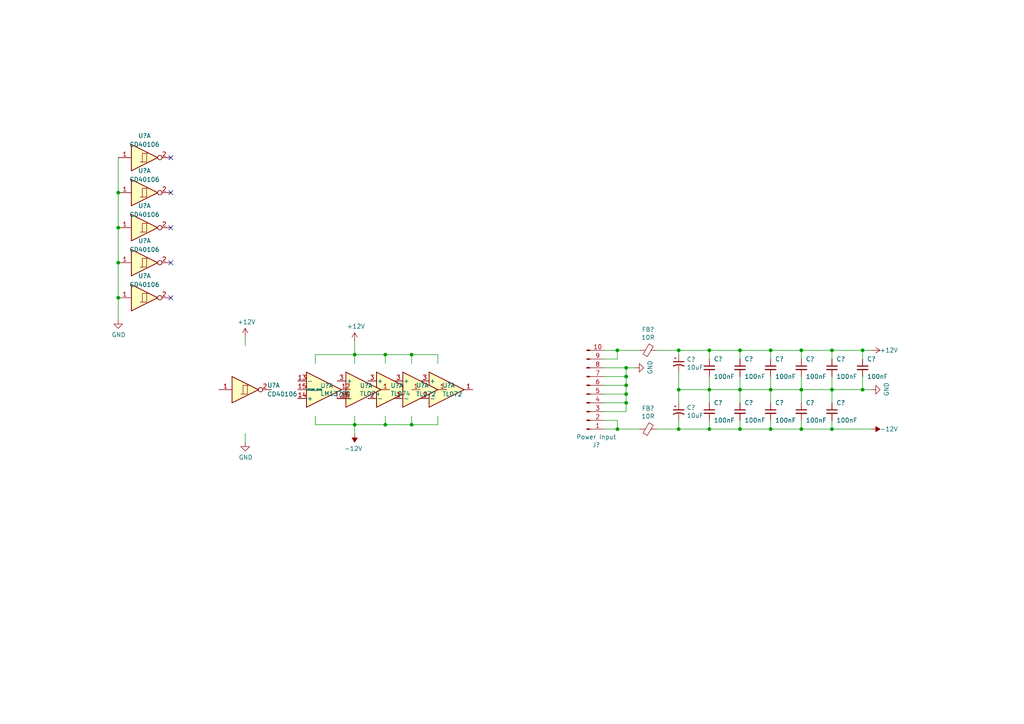
<source format=kicad_sch>
(kicad_sch
	(version 20250114)
	(generator "eeschema")
	(generator_version "9.0")
	(uuid "ef4aba63-f019-4bfe-be50-616c74cb231f")
	(paper "A4")
	(title_block
		(title "CD40106 VCO")
		(date "2023-12-10")
		(rev "1.0")
		(company "Bleep Sound")
	)
	(lib_symbols
		(symbol "4xxx:40106"
			(pin_names
				(offset 1.016)
			)
			(exclude_from_sim no)
			(in_bom yes)
			(on_board yes)
			(property "Reference" "U"
				(at 0 1.27 0)
				(effects
					(font
						(size 1.27 1.27)
					)
				)
			)
			(property "Value" "40106"
				(at 0 -1.27 0)
				(effects
					(font
						(size 1.27 1.27)
					)
				)
			)
			(property "Footprint" ""
				(at 0 0 0)
				(effects
					(font
						(size 1.27 1.27)
					)
					(hide yes)
				)
			)
			(property "Datasheet" "https://assets.nexperia.com/documents/data-sheet/HEF40106B.pdf"
				(at 0 0 0)
				(effects
					(font
						(size 1.27 1.27)
					)
					(hide yes)
				)
			)
			(property "Description" "Hex Schmitt trigger inverter"
				(at 0 0 0)
				(effects
					(font
						(size 1.27 1.27)
					)
					(hide yes)
				)
			)
			(property "ki_locked" ""
				(at 0 0 0)
				(effects
					(font
						(size 1.27 1.27)
					)
				)
			)
			(property "ki_keywords" "CMOS"
				(at 0 0 0)
				(effects
					(font
						(size 1.27 1.27)
					)
					(hide yes)
				)
			)
			(property "ki_fp_filters" "DIP?14*"
				(at 0 0 0)
				(effects
					(font
						(size 1.27 1.27)
					)
					(hide yes)
				)
			)
			(symbol "40106_1_0"
				(polyline
					(pts
						(xy -3.81 3.81) (xy -3.81 -3.81) (xy 3.81 0) (xy -3.81 3.81)
					)
					(stroke
						(width 0.254)
						(type default)
					)
					(fill
						(type background)
					)
				)
				(polyline
					(pts
						(xy -1.27 -1.27) (xy 0.635 -1.27) (xy 0.635 1.27) (xy 1.27 1.27)
					)
					(stroke
						(width 0)
						(type default)
					)
					(fill
						(type none)
					)
				)
				(polyline
					(pts
						(xy -0.635 -1.27) (xy -0.635 1.27) (xy 0.635 1.27)
					)
					(stroke
						(width 0)
						(type default)
					)
					(fill
						(type none)
					)
				)
				(pin input line
					(at -7.62 0 0)
					(length 3.81)
					(name "~"
						(effects
							(font
								(size 1.27 1.27)
							)
						)
					)
					(number "1"
						(effects
							(font
								(size 1.27 1.27)
							)
						)
					)
				)
				(pin output inverted
					(at 7.62 0 180)
					(length 3.81)
					(name "~"
						(effects
							(font
								(size 1.27 1.27)
							)
						)
					)
					(number "2"
						(effects
							(font
								(size 1.27 1.27)
							)
						)
					)
				)
			)
			(symbol "40106_2_0"
				(polyline
					(pts
						(xy -3.81 3.81) (xy -3.81 -3.81) (xy 3.81 0) (xy -3.81 3.81)
					)
					(stroke
						(width 0.254)
						(type default)
					)
					(fill
						(type background)
					)
				)
				(polyline
					(pts
						(xy -1.27 -1.27) (xy 0.635 -1.27) (xy 0.635 1.27) (xy 1.27 1.27)
					)
					(stroke
						(width 0)
						(type default)
					)
					(fill
						(type none)
					)
				)
				(polyline
					(pts
						(xy -0.635 -1.27) (xy -0.635 1.27) (xy 0.635 1.27)
					)
					(stroke
						(width 0)
						(type default)
					)
					(fill
						(type none)
					)
				)
				(pin input line
					(at -7.62 0 0)
					(length 3.81)
					(name "~"
						(effects
							(font
								(size 1.27 1.27)
							)
						)
					)
					(number "3"
						(effects
							(font
								(size 1.27 1.27)
							)
						)
					)
				)
				(pin output inverted
					(at 7.62 0 180)
					(length 3.81)
					(name "~"
						(effects
							(font
								(size 1.27 1.27)
							)
						)
					)
					(number "4"
						(effects
							(font
								(size 1.27 1.27)
							)
						)
					)
				)
			)
			(symbol "40106_3_0"
				(polyline
					(pts
						(xy -3.81 3.81) (xy -3.81 -3.81) (xy 3.81 0) (xy -3.81 3.81)
					)
					(stroke
						(width 0.254)
						(type default)
					)
					(fill
						(type background)
					)
				)
				(polyline
					(pts
						(xy -1.27 -1.27) (xy 0.635 -1.27) (xy 0.635 1.27) (xy 1.27 1.27)
					)
					(stroke
						(width 0)
						(type default)
					)
					(fill
						(type none)
					)
				)
				(polyline
					(pts
						(xy -0.635 -1.27) (xy -0.635 1.27) (xy 0.635 1.27)
					)
					(stroke
						(width 0)
						(type default)
					)
					(fill
						(type none)
					)
				)
				(pin input line
					(at -7.62 0 0)
					(length 3.81)
					(name "~"
						(effects
							(font
								(size 1.27 1.27)
							)
						)
					)
					(number "5"
						(effects
							(font
								(size 1.27 1.27)
							)
						)
					)
				)
				(pin output inverted
					(at 7.62 0 180)
					(length 3.81)
					(name "~"
						(effects
							(font
								(size 1.27 1.27)
							)
						)
					)
					(number "6"
						(effects
							(font
								(size 1.27 1.27)
							)
						)
					)
				)
			)
			(symbol "40106_4_0"
				(polyline
					(pts
						(xy -3.81 3.81) (xy -3.81 -3.81) (xy 3.81 0) (xy -3.81 3.81)
					)
					(stroke
						(width 0.254)
						(type default)
					)
					(fill
						(type background)
					)
				)
				(polyline
					(pts
						(xy -1.27 -1.27) (xy 0.635 -1.27) (xy 0.635 1.27) (xy 1.27 1.27)
					)
					(stroke
						(width 0)
						(type default)
					)
					(fill
						(type none)
					)
				)
				(polyline
					(pts
						(xy -0.635 -1.27) (xy -0.635 1.27) (xy 0.635 1.27)
					)
					(stroke
						(width 0)
						(type default)
					)
					(fill
						(type none)
					)
				)
				(pin input line
					(at -7.62 0 0)
					(length 3.81)
					(name "~"
						(effects
							(font
								(size 1.27 1.27)
							)
						)
					)
					(number "9"
						(effects
							(font
								(size 1.27 1.27)
							)
						)
					)
				)
				(pin output inverted
					(at 7.62 0 180)
					(length 3.81)
					(name "~"
						(effects
							(font
								(size 1.27 1.27)
							)
						)
					)
					(number "8"
						(effects
							(font
								(size 1.27 1.27)
							)
						)
					)
				)
			)
			(symbol "40106_5_0"
				(polyline
					(pts
						(xy -3.81 3.81) (xy -3.81 -3.81) (xy 3.81 0) (xy -3.81 3.81)
					)
					(stroke
						(width 0.254)
						(type default)
					)
					(fill
						(type background)
					)
				)
				(polyline
					(pts
						(xy -1.27 -1.27) (xy 0.635 -1.27) (xy 0.635 1.27) (xy 1.27 1.27)
					)
					(stroke
						(width 0)
						(type default)
					)
					(fill
						(type none)
					)
				)
				(polyline
					(pts
						(xy -0.635 -1.27) (xy -0.635 1.27) (xy 0.635 1.27)
					)
					(stroke
						(width 0)
						(type default)
					)
					(fill
						(type none)
					)
				)
				(pin input line
					(at -7.62 0 0)
					(length 3.81)
					(name "~"
						(effects
							(font
								(size 1.27 1.27)
							)
						)
					)
					(number "11"
						(effects
							(font
								(size 1.27 1.27)
							)
						)
					)
				)
				(pin output inverted
					(at 7.62 0 180)
					(length 3.81)
					(name "~"
						(effects
							(font
								(size 1.27 1.27)
							)
						)
					)
					(number "10"
						(effects
							(font
								(size 1.27 1.27)
							)
						)
					)
				)
			)
			(symbol "40106_6_0"
				(polyline
					(pts
						(xy -3.81 3.81) (xy -3.81 -3.81) (xy 3.81 0) (xy -3.81 3.81)
					)
					(stroke
						(width 0.254)
						(type default)
					)
					(fill
						(type background)
					)
				)
				(polyline
					(pts
						(xy -1.27 -1.27) (xy 0.635 -1.27) (xy 0.635 1.27) (xy 1.27 1.27)
					)
					(stroke
						(width 0)
						(type default)
					)
					(fill
						(type none)
					)
				)
				(polyline
					(pts
						(xy -0.635 -1.27) (xy -0.635 1.27) (xy 0.635 1.27)
					)
					(stroke
						(width 0)
						(type default)
					)
					(fill
						(type none)
					)
				)
				(pin input line
					(at -7.62 0 0)
					(length 3.81)
					(name "~"
						(effects
							(font
								(size 1.27 1.27)
							)
						)
					)
					(number "13"
						(effects
							(font
								(size 1.27 1.27)
							)
						)
					)
				)
				(pin output inverted
					(at 7.62 0 180)
					(length 3.81)
					(name "~"
						(effects
							(font
								(size 1.27 1.27)
							)
						)
					)
					(number "12"
						(effects
							(font
								(size 1.27 1.27)
							)
						)
					)
				)
			)
			(symbol "40106_7_0"
				(pin power_in line
					(at 0 12.7 270)
					(length 5.08)
					(name "VDD"
						(effects
							(font
								(size 1.27 1.27)
							)
						)
					)
					(number "14"
						(effects
							(font
								(size 1.27 1.27)
							)
						)
					)
				)
				(pin power_in line
					(at 0 -12.7 90)
					(length 5.08)
					(name "VSS"
						(effects
							(font
								(size 1.27 1.27)
							)
						)
					)
					(number "7"
						(effects
							(font
								(size 1.27 1.27)
							)
						)
					)
				)
			)
			(symbol "40106_7_1"
				(rectangle
					(start -5.08 7.62)
					(end 5.08 -7.62)
					(stroke
						(width 0.254)
						(type default)
					)
					(fill
						(type background)
					)
				)
			)
			(embedded_fonts no)
		)
		(symbol "Amplifier_Operational:LM13700"
			(pin_names
				(offset 0.127)
			)
			(exclude_from_sim no)
			(in_bom yes)
			(on_board yes)
			(property "Reference" "U"
				(at 3.81 5.08 0)
				(effects
					(font
						(size 1.27 1.27)
					)
				)
			)
			(property "Value" "LM13700"
				(at 5.08 -5.08 0)
				(effects
					(font
						(size 1.27 1.27)
					)
				)
			)
			(property "Footprint" ""
				(at -7.62 0.635 0)
				(effects
					(font
						(size 1.27 1.27)
					)
					(hide yes)
				)
			)
			(property "Datasheet" "http://www.ti.com/lit/ds/symlink/lm13700.pdf"
				(at -7.62 0.635 0)
				(effects
					(font
						(size 1.27 1.27)
					)
					(hide yes)
				)
			)
			(property "Description" "Dual Operational Transconductance Amplifiers with Linearizing Diodes and Buffers, DIP-16/SOIC-16"
				(at 0 0 0)
				(effects
					(font
						(size 1.27 1.27)
					)
					(hide yes)
				)
			)
			(property "ki_locked" ""
				(at 0 0 0)
				(effects
					(font
						(size 1.27 1.27)
					)
				)
			)
			(property "ki_keywords" "operational transconductance amplifier OTA"
				(at 0 0 0)
				(effects
					(font
						(size 1.27 1.27)
					)
					(hide yes)
				)
			)
			(property "ki_fp_filters" "SOIC*3.9x9.9mm*P1.27mm* DIP*W7.62mm*"
				(at 0 0 0)
				(effects
					(font
						(size 1.27 1.27)
					)
					(hide yes)
				)
			)
			(symbol "LM13700_1_1"
				(polyline
					(pts
						(xy 3.81 -0.635) (xy 3.81 -2.54) (xy 5.08 -2.54)
					)
					(stroke
						(width 0)
						(type default)
					)
					(fill
						(type none)
					)
				)
				(polyline
					(pts
						(xy 5.08 0) (xy -5.08 -5.08) (xy -5.08 5.08) (xy 5.08 0)
					)
					(stroke
						(width 0.254)
						(type default)
					)
					(fill
						(type background)
					)
				)
				(pin input line
					(at -7.62 2.54 0)
					(length 2.54)
					(name "-"
						(effects
							(font
								(size 1.27 1.27)
							)
						)
					)
					(number "13"
						(effects
							(font
								(size 1.27 1.27)
							)
						)
					)
				)
				(pin input line
					(at -7.62 0 0)
					(length 2.54)
					(name "DIODE_BIAS"
						(effects
							(font
								(size 0.508 0.508)
							)
						)
					)
					(number "15"
						(effects
							(font
								(size 1.27 1.27)
							)
						)
					)
				)
				(pin input line
					(at -7.62 -2.54 0)
					(length 2.54)
					(name "+"
						(effects
							(font
								(size 1.27 1.27)
							)
						)
					)
					(number "14"
						(effects
							(font
								(size 1.27 1.27)
							)
						)
					)
				)
				(pin output line
					(at 7.62 0 180)
					(length 2.54)
					(name "~"
						(effects
							(font
								(size 1.27 1.27)
							)
						)
					)
					(number "12"
						(effects
							(font
								(size 1.27 1.27)
							)
						)
					)
				)
				(pin input line
					(at 7.62 -2.54 180)
					(length 2.54)
					(name "~"
						(effects
							(font
								(size 1.27 1.27)
							)
						)
					)
					(number "16"
						(effects
							(font
								(size 1.27 1.27)
							)
						)
					)
				)
			)
			(symbol "LM13700_2_0"
				(polyline
					(pts
						(xy -1.905 2.54) (xy -3.175 2.54)
					)
					(stroke
						(width 0)
						(type default)
					)
					(fill
						(type none)
					)
				)
			)
			(symbol "LM13700_2_1"
				(polyline
					(pts
						(xy -3.81 1.27) (xy -3.81 -1.27)
					)
					(stroke
						(width 0)
						(type default)
					)
					(fill
						(type none)
					)
				)
				(polyline
					(pts
						(xy -3.81 0.635) (xy -2.54 1.27) (xy -2.54 1.905) (xy -2.54 2.54)
					)
					(stroke
						(width 0)
						(type default)
					)
					(fill
						(type none)
					)
				)
				(polyline
					(pts
						(xy -3.81 -0.635) (xy -2.54 -1.27)
					)
					(stroke
						(width 0)
						(type default)
					)
					(fill
						(type none)
					)
				)
				(circle
					(center -2.54 1.905)
					(radius 0.254)
					(stroke
						(width 0.254)
						(type default)
					)
					(fill
						(type outline)
					)
				)
				(polyline
					(pts
						(xy -2.54 0) (xy -2.54 -2.54)
					)
					(stroke
						(width 0)
						(type default)
					)
					(fill
						(type none)
					)
				)
				(polyline
					(pts
						(xy -2.54 -0.635) (xy -1.27 0) (xy -1.27 1.905) (xy -2.54 1.905)
					)
					(stroke
						(width 0)
						(type default)
					)
					(fill
						(type none)
					)
				)
				(polyline
					(pts
						(xy -2.54 -1.27) (xy -3.175 -0.635) (xy -3.175 -1.27) (xy -2.54 -1.27)
					)
					(stroke
						(width 0)
						(type default)
					)
					(fill
						(type outline)
					)
				)
				(polyline
					(pts
						(xy -2.54 -1.905) (xy -1.27 -2.54)
					)
					(stroke
						(width 0)
						(type default)
					)
					(fill
						(type none)
					)
				)
				(polyline
					(pts
						(xy -1.27 -2.54) (xy -1.905 -1.905) (xy -1.905 -2.54) (xy -1.27 -2.54)
					)
					(stroke
						(width 0)
						(type default)
					)
					(fill
						(type outline)
					)
				)
				(text "V+"
					(at -2.54 3.81 0)
					(effects
						(font
							(size 1.27 1.27)
						)
					)
				)
				(pin input line
					(at -7.62 0 0)
					(length 3.81)
					(name "~"
						(effects
							(font
								(size 1.27 1.27)
							)
						)
					)
					(number "10"
						(effects
							(font
								(size 1.27 1.27)
							)
						)
					)
				)
				(pin output line
					(at 2.54 -2.54 180)
					(length 3.81)
					(name "~"
						(effects
							(font
								(size 1.27 1.27)
							)
						)
					)
					(number "9"
						(effects
							(font
								(size 1.27 1.27)
							)
						)
					)
				)
			)
			(symbol "LM13700_3_1"
				(polyline
					(pts
						(xy 3.81 -0.635) (xy 3.81 -2.54) (xy 5.08 -2.54)
					)
					(stroke
						(width 0)
						(type default)
					)
					(fill
						(type none)
					)
				)
				(polyline
					(pts
						(xy 5.08 0) (xy -5.08 -5.08) (xy -5.08 5.08) (xy 5.08 0)
					)
					(stroke
						(width 0.254)
						(type default)
					)
					(fill
						(type background)
					)
				)
				(pin input line
					(at -7.62 2.54 0)
					(length 2.54)
					(name "-"
						(effects
							(font
								(size 1.27 1.27)
							)
						)
					)
					(number "4"
						(effects
							(font
								(size 1.27 1.27)
							)
						)
					)
				)
				(pin input line
					(at -7.62 0 0)
					(length 2.54)
					(name "DIODE_BIAS"
						(effects
							(font
								(size 0.508 0.508)
							)
						)
					)
					(number "2"
						(effects
							(font
								(size 1.27 1.27)
							)
						)
					)
				)
				(pin input line
					(at -7.62 -2.54 0)
					(length 2.54)
					(name "+"
						(effects
							(font
								(size 1.27 1.27)
							)
						)
					)
					(number "3"
						(effects
							(font
								(size 1.27 1.27)
							)
						)
					)
				)
				(pin output line
					(at 7.62 0 180)
					(length 2.54)
					(name "~"
						(effects
							(font
								(size 1.27 1.27)
							)
						)
					)
					(number "5"
						(effects
							(font
								(size 1.27 1.27)
							)
						)
					)
				)
				(pin input line
					(at 7.62 -2.54 180)
					(length 2.54)
					(name "~"
						(effects
							(font
								(size 1.27 1.27)
							)
						)
					)
					(number "1"
						(effects
							(font
								(size 1.27 1.27)
							)
						)
					)
				)
			)
			(symbol "LM13700_4_0"
				(polyline
					(pts
						(xy -3.175 2.54) (xy -1.905 2.54)
					)
					(stroke
						(width 0)
						(type default)
					)
					(fill
						(type none)
					)
				)
				(text "V+"
					(at -2.54 3.81 0)
					(effects
						(font
							(size 1.27 1.27)
						)
					)
				)
			)
			(symbol "LM13700_4_1"
				(polyline
					(pts
						(xy -3.81 1.27) (xy -3.81 -1.27)
					)
					(stroke
						(width 0)
						(type default)
					)
					(fill
						(type none)
					)
				)
				(polyline
					(pts
						(xy -3.81 0.635) (xy -2.54 1.27) (xy -2.54 2.54)
					)
					(stroke
						(width 0)
						(type default)
					)
					(fill
						(type none)
					)
				)
				(polyline
					(pts
						(xy -3.81 -0.635) (xy -2.54 -1.27)
					)
					(stroke
						(width 0)
						(type default)
					)
					(fill
						(type none)
					)
				)
				(circle
					(center -2.54 1.905)
					(radius 0.254)
					(stroke
						(width 0.254)
						(type default)
					)
					(fill
						(type outline)
					)
				)
				(polyline
					(pts
						(xy -2.54 0) (xy -2.54 -2.54)
					)
					(stroke
						(width 0)
						(type default)
					)
					(fill
						(type none)
					)
				)
				(polyline
					(pts
						(xy -2.54 -0.635) (xy -1.27 0) (xy -1.27 1.905) (xy -2.54 1.905)
					)
					(stroke
						(width 0)
						(type default)
					)
					(fill
						(type none)
					)
				)
				(polyline
					(pts
						(xy -2.54 -1.27) (xy -3.175 -0.635) (xy -3.175 -1.27) (xy -2.54 -1.27)
					)
					(stroke
						(width 0)
						(type default)
					)
					(fill
						(type outline)
					)
				)
				(polyline
					(pts
						(xy -2.54 -1.905) (xy -1.27 -2.54)
					)
					(stroke
						(width 0)
						(type default)
					)
					(fill
						(type none)
					)
				)
				(polyline
					(pts
						(xy -1.27 -2.54) (xy -1.905 -1.905) (xy -1.905 -2.54) (xy -1.27 -2.54)
					)
					(stroke
						(width 0)
						(type default)
					)
					(fill
						(type outline)
					)
				)
				(pin input line
					(at -7.62 0 0)
					(length 3.81)
					(name "~"
						(effects
							(font
								(size 1.27 1.27)
							)
						)
					)
					(number "7"
						(effects
							(font
								(size 1.27 1.27)
							)
						)
					)
				)
				(pin output line
					(at 2.54 -2.54 180)
					(length 3.81)
					(name "~"
						(effects
							(font
								(size 1.27 1.27)
							)
						)
					)
					(number "8"
						(effects
							(font
								(size 1.27 1.27)
							)
						)
					)
				)
			)
			(symbol "LM13700_5_1"
				(pin power_in line
					(at -2.54 7.62 270)
					(length 3.81)
					(name "V+"
						(effects
							(font
								(size 1.27 1.27)
							)
						)
					)
					(number "11"
						(effects
							(font
								(size 1.27 1.27)
							)
						)
					)
				)
				(pin power_in line
					(at -2.54 -7.62 90)
					(length 3.81)
					(name "V-"
						(effects
							(font
								(size 1.27 1.27)
							)
						)
					)
					(number "6"
						(effects
							(font
								(size 1.27 1.27)
							)
						)
					)
				)
			)
			(embedded_fonts no)
		)
		(symbol "Amplifier_Operational:TL072"
			(pin_names
				(offset 0.127)
			)
			(exclude_from_sim no)
			(in_bom yes)
			(on_board yes)
			(property "Reference" "U"
				(at 0 5.08 0)
				(effects
					(font
						(size 1.27 1.27)
					)
					(justify left)
				)
			)
			(property "Value" "TL072"
				(at 0 -5.08 0)
				(effects
					(font
						(size 1.27 1.27)
					)
					(justify left)
				)
			)
			(property "Footprint" ""
				(at 0 0 0)
				(effects
					(font
						(size 1.27 1.27)
					)
					(hide yes)
				)
			)
			(property "Datasheet" "http://www.ti.com/lit/ds/symlink/tl071.pdf"
				(at 0 0 0)
				(effects
					(font
						(size 1.27 1.27)
					)
					(hide yes)
				)
			)
			(property "Description" "Dual Low-Noise JFET-Input Operational Amplifiers, DIP-8/SOIC-8"
				(at 0 0 0)
				(effects
					(font
						(size 1.27 1.27)
					)
					(hide yes)
				)
			)
			(property "ki_locked" ""
				(at 0 0 0)
				(effects
					(font
						(size 1.27 1.27)
					)
				)
			)
			(property "ki_keywords" "dual opamp"
				(at 0 0 0)
				(effects
					(font
						(size 1.27 1.27)
					)
					(hide yes)
				)
			)
			(property "ki_fp_filters" "SOIC*3.9x4.9mm*P1.27mm* DIP*W7.62mm* TO*99* OnSemi*Micro8* TSSOP*3x3mm*P0.65mm* TSSOP*4.4x3mm*P0.65mm* MSOP*3x3mm*P0.65mm* SSOP*3.9x4.9mm*P0.635mm* LFCSP*2x2mm*P0.5mm* *SIP* SOIC*5.3x6.2mm*P1.27mm*"
				(at 0 0 0)
				(effects
					(font
						(size 1.27 1.27)
					)
					(hide yes)
				)
			)
			(symbol "TL072_1_1"
				(polyline
					(pts
						(xy -5.08 5.08) (xy 5.08 0) (xy -5.08 -5.08) (xy -5.08 5.08)
					)
					(stroke
						(width 0.254)
						(type default)
					)
					(fill
						(type background)
					)
				)
				(pin input line
					(at -7.62 2.54 0)
					(length 2.54)
					(name "+"
						(effects
							(font
								(size 1.27 1.27)
							)
						)
					)
					(number "3"
						(effects
							(font
								(size 1.27 1.27)
							)
						)
					)
				)
				(pin input line
					(at -7.62 -2.54 0)
					(length 2.54)
					(name "-"
						(effects
							(font
								(size 1.27 1.27)
							)
						)
					)
					(number "2"
						(effects
							(font
								(size 1.27 1.27)
							)
						)
					)
				)
				(pin output line
					(at 7.62 0 180)
					(length 2.54)
					(name "~"
						(effects
							(font
								(size 1.27 1.27)
							)
						)
					)
					(number "1"
						(effects
							(font
								(size 1.27 1.27)
							)
						)
					)
				)
			)
			(symbol "TL072_2_1"
				(polyline
					(pts
						(xy -5.08 5.08) (xy 5.08 0) (xy -5.08 -5.08) (xy -5.08 5.08)
					)
					(stroke
						(width 0.254)
						(type default)
					)
					(fill
						(type background)
					)
				)
				(pin input line
					(at -7.62 2.54 0)
					(length 2.54)
					(name "+"
						(effects
							(font
								(size 1.27 1.27)
							)
						)
					)
					(number "5"
						(effects
							(font
								(size 1.27 1.27)
							)
						)
					)
				)
				(pin input line
					(at -7.62 -2.54 0)
					(length 2.54)
					(name "-"
						(effects
							(font
								(size 1.27 1.27)
							)
						)
					)
					(number "6"
						(effects
							(font
								(size 1.27 1.27)
							)
						)
					)
				)
				(pin output line
					(at 7.62 0 180)
					(length 2.54)
					(name "~"
						(effects
							(font
								(size 1.27 1.27)
							)
						)
					)
					(number "7"
						(effects
							(font
								(size 1.27 1.27)
							)
						)
					)
				)
			)
			(symbol "TL072_3_1"
				(pin power_in line
					(at -2.54 7.62 270)
					(length 3.81)
					(name "V+"
						(effects
							(font
								(size 1.27 1.27)
							)
						)
					)
					(number "8"
						(effects
							(font
								(size 1.27 1.27)
							)
						)
					)
				)
				(pin power_in line
					(at -2.54 -7.62 90)
					(length 3.81)
					(name "V-"
						(effects
							(font
								(size 1.27 1.27)
							)
						)
					)
					(number "4"
						(effects
							(font
								(size 1.27 1.27)
							)
						)
					)
				)
			)
			(embedded_fonts no)
		)
		(symbol "Amplifier_Operational:TL074"
			(pin_names
				(offset 0.127)
			)
			(exclude_from_sim no)
			(in_bom yes)
			(on_board yes)
			(property "Reference" "U"
				(at 0 5.08 0)
				(effects
					(font
						(size 1.27 1.27)
					)
					(justify left)
				)
			)
			(property "Value" "TL074"
				(at 0 -5.08 0)
				(effects
					(font
						(size 1.27 1.27)
					)
					(justify left)
				)
			)
			(property "Footprint" ""
				(at -1.27 2.54 0)
				(effects
					(font
						(size 1.27 1.27)
					)
					(hide yes)
				)
			)
			(property "Datasheet" "http://www.ti.com/lit/ds/symlink/tl071.pdf"
				(at 1.27 5.08 0)
				(effects
					(font
						(size 1.27 1.27)
					)
					(hide yes)
				)
			)
			(property "Description" "Quad Low-Noise JFET-Input Operational Amplifiers, DIP-14/SOIC-14"
				(at 0 0 0)
				(effects
					(font
						(size 1.27 1.27)
					)
					(hide yes)
				)
			)
			(property "ki_locked" ""
				(at 0 0 0)
				(effects
					(font
						(size 1.27 1.27)
					)
				)
			)
			(property "ki_keywords" "quad opamp"
				(at 0 0 0)
				(effects
					(font
						(size 1.27 1.27)
					)
					(hide yes)
				)
			)
			(property "ki_fp_filters" "SOIC*3.9x8.7mm*P1.27mm* DIP*W7.62mm* TSSOP*4.4x5mm*P0.65mm* SSOP*5.3x6.2mm*P0.65mm* MSOP*3x3mm*P0.5mm*"
				(at 0 0 0)
				(effects
					(font
						(size 1.27 1.27)
					)
					(hide yes)
				)
			)
			(symbol "TL074_1_1"
				(polyline
					(pts
						(xy -5.08 5.08) (xy 5.08 0) (xy -5.08 -5.08) (xy -5.08 5.08)
					)
					(stroke
						(width 0.254)
						(type default)
					)
					(fill
						(type background)
					)
				)
				(pin input line
					(at -7.62 2.54 0)
					(length 2.54)
					(name "+"
						(effects
							(font
								(size 1.27 1.27)
							)
						)
					)
					(number "3"
						(effects
							(font
								(size 1.27 1.27)
							)
						)
					)
				)
				(pin input line
					(at -7.62 -2.54 0)
					(length 2.54)
					(name "-"
						(effects
							(font
								(size 1.27 1.27)
							)
						)
					)
					(number "2"
						(effects
							(font
								(size 1.27 1.27)
							)
						)
					)
				)
				(pin output line
					(at 7.62 0 180)
					(length 2.54)
					(name "~"
						(effects
							(font
								(size 1.27 1.27)
							)
						)
					)
					(number "1"
						(effects
							(font
								(size 1.27 1.27)
							)
						)
					)
				)
			)
			(symbol "TL074_2_1"
				(polyline
					(pts
						(xy -5.08 5.08) (xy 5.08 0) (xy -5.08 -5.08) (xy -5.08 5.08)
					)
					(stroke
						(width 0.254)
						(type default)
					)
					(fill
						(type background)
					)
				)
				(pin input line
					(at -7.62 2.54 0)
					(length 2.54)
					(name "+"
						(effects
							(font
								(size 1.27 1.27)
							)
						)
					)
					(number "5"
						(effects
							(font
								(size 1.27 1.27)
							)
						)
					)
				)
				(pin input line
					(at -7.62 -2.54 0)
					(length 2.54)
					(name "-"
						(effects
							(font
								(size 1.27 1.27)
							)
						)
					)
					(number "6"
						(effects
							(font
								(size 1.27 1.27)
							)
						)
					)
				)
				(pin output line
					(at 7.62 0 180)
					(length 2.54)
					(name "~"
						(effects
							(font
								(size 1.27 1.27)
							)
						)
					)
					(number "7"
						(effects
							(font
								(size 1.27 1.27)
							)
						)
					)
				)
			)
			(symbol "TL074_3_1"
				(polyline
					(pts
						(xy -5.08 5.08) (xy 5.08 0) (xy -5.08 -5.08) (xy -5.08 5.08)
					)
					(stroke
						(width 0.254)
						(type default)
					)
					(fill
						(type background)
					)
				)
				(pin input line
					(at -7.62 2.54 0)
					(length 2.54)
					(name "+"
						(effects
							(font
								(size 1.27 1.27)
							)
						)
					)
					(number "10"
						(effects
							(font
								(size 1.27 1.27)
							)
						)
					)
				)
				(pin input line
					(at -7.62 -2.54 0)
					(length 2.54)
					(name "-"
						(effects
							(font
								(size 1.27 1.27)
							)
						)
					)
					(number "9"
						(effects
							(font
								(size 1.27 1.27)
							)
						)
					)
				)
				(pin output line
					(at 7.62 0 180)
					(length 2.54)
					(name "~"
						(effects
							(font
								(size 1.27 1.27)
							)
						)
					)
					(number "8"
						(effects
							(font
								(size 1.27 1.27)
							)
						)
					)
				)
			)
			(symbol "TL074_4_1"
				(polyline
					(pts
						(xy -5.08 5.08) (xy 5.08 0) (xy -5.08 -5.08) (xy -5.08 5.08)
					)
					(stroke
						(width 0.254)
						(type default)
					)
					(fill
						(type background)
					)
				)
				(pin input line
					(at -7.62 2.54 0)
					(length 2.54)
					(name "+"
						(effects
							(font
								(size 1.27 1.27)
							)
						)
					)
					(number "12"
						(effects
							(font
								(size 1.27 1.27)
							)
						)
					)
				)
				(pin input line
					(at -7.62 -2.54 0)
					(length 2.54)
					(name "-"
						(effects
							(font
								(size 1.27 1.27)
							)
						)
					)
					(number "13"
						(effects
							(font
								(size 1.27 1.27)
							)
						)
					)
				)
				(pin output line
					(at 7.62 0 180)
					(length 2.54)
					(name "~"
						(effects
							(font
								(size 1.27 1.27)
							)
						)
					)
					(number "14"
						(effects
							(font
								(size 1.27 1.27)
							)
						)
					)
				)
			)
			(symbol "TL074_5_1"
				(pin power_in line
					(at -2.54 7.62 270)
					(length 3.81)
					(name "V+"
						(effects
							(font
								(size 1.27 1.27)
							)
						)
					)
					(number "4"
						(effects
							(font
								(size 1.27 1.27)
							)
						)
					)
				)
				(pin power_in line
					(at -2.54 -7.62 90)
					(length 3.81)
					(name "V-"
						(effects
							(font
								(size 1.27 1.27)
							)
						)
					)
					(number "11"
						(effects
							(font
								(size 1.27 1.27)
							)
						)
					)
				)
			)
			(embedded_fonts no)
		)
		(symbol "Connector:Conn_01x10_Male"
			(pin_names
				(offset 1.016)
				(hide yes)
			)
			(exclude_from_sim no)
			(in_bom yes)
			(on_board yes)
			(property "Reference" "J"
				(at 0 12.7 0)
				(effects
					(font
						(size 1.27 1.27)
					)
				)
			)
			(property "Value" "Conn_01x10_Male"
				(at 0 -15.24 0)
				(effects
					(font
						(size 1.27 1.27)
					)
				)
			)
			(property "Footprint" ""
				(at 0 0 0)
				(effects
					(font
						(size 1.27 1.27)
					)
					(hide yes)
				)
			)
			(property "Datasheet" "~"
				(at 0 0 0)
				(effects
					(font
						(size 1.27 1.27)
					)
					(hide yes)
				)
			)
			(property "Description" "Generic connector, single row, 01x10, script generated (kicad-library-utils/schlib/autogen/connector/)"
				(at 0 0 0)
				(effects
					(font
						(size 1.27 1.27)
					)
					(hide yes)
				)
			)
			(property "ki_keywords" "connector"
				(at 0 0 0)
				(effects
					(font
						(size 1.27 1.27)
					)
					(hide yes)
				)
			)
			(property "ki_fp_filters" "Connector*:*_1x??_*"
				(at 0 0 0)
				(effects
					(font
						(size 1.27 1.27)
					)
					(hide yes)
				)
			)
			(symbol "Conn_01x10_Male_1_1"
				(rectangle
					(start 0.8636 10.287)
					(end 0 10.033)
					(stroke
						(width 0.1524)
						(type default)
					)
					(fill
						(type outline)
					)
				)
				(rectangle
					(start 0.8636 7.747)
					(end 0 7.493)
					(stroke
						(width 0.1524)
						(type default)
					)
					(fill
						(type outline)
					)
				)
				(rectangle
					(start 0.8636 5.207)
					(end 0 4.953)
					(stroke
						(width 0.1524)
						(type default)
					)
					(fill
						(type outline)
					)
				)
				(rectangle
					(start 0.8636 2.667)
					(end 0 2.413)
					(stroke
						(width 0.1524)
						(type default)
					)
					(fill
						(type outline)
					)
				)
				(rectangle
					(start 0.8636 0.127)
					(end 0 -0.127)
					(stroke
						(width 0.1524)
						(type default)
					)
					(fill
						(type outline)
					)
				)
				(rectangle
					(start 0.8636 -2.413)
					(end 0 -2.667)
					(stroke
						(width 0.1524)
						(type default)
					)
					(fill
						(type outline)
					)
				)
				(rectangle
					(start 0.8636 -4.953)
					(end 0 -5.207)
					(stroke
						(width 0.1524)
						(type default)
					)
					(fill
						(type outline)
					)
				)
				(rectangle
					(start 0.8636 -7.493)
					(end 0 -7.747)
					(stroke
						(width 0.1524)
						(type default)
					)
					(fill
						(type outline)
					)
				)
				(rectangle
					(start 0.8636 -10.033)
					(end 0 -10.287)
					(stroke
						(width 0.1524)
						(type default)
					)
					(fill
						(type outline)
					)
				)
				(rectangle
					(start 0.8636 -12.573)
					(end 0 -12.827)
					(stroke
						(width 0.1524)
						(type default)
					)
					(fill
						(type outline)
					)
				)
				(polyline
					(pts
						(xy 1.27 10.16) (xy 0.8636 10.16)
					)
					(stroke
						(width 0.1524)
						(type default)
					)
					(fill
						(type none)
					)
				)
				(polyline
					(pts
						(xy 1.27 7.62) (xy 0.8636 7.62)
					)
					(stroke
						(width 0.1524)
						(type default)
					)
					(fill
						(type none)
					)
				)
				(polyline
					(pts
						(xy 1.27 5.08) (xy 0.8636 5.08)
					)
					(stroke
						(width 0.1524)
						(type default)
					)
					(fill
						(type none)
					)
				)
				(polyline
					(pts
						(xy 1.27 2.54) (xy 0.8636 2.54)
					)
					(stroke
						(width 0.1524)
						(type default)
					)
					(fill
						(type none)
					)
				)
				(polyline
					(pts
						(xy 1.27 0) (xy 0.8636 0)
					)
					(stroke
						(width 0.1524)
						(type default)
					)
					(fill
						(type none)
					)
				)
				(polyline
					(pts
						(xy 1.27 -2.54) (xy 0.8636 -2.54)
					)
					(stroke
						(width 0.1524)
						(type default)
					)
					(fill
						(type none)
					)
				)
				(polyline
					(pts
						(xy 1.27 -5.08) (xy 0.8636 -5.08)
					)
					(stroke
						(width 0.1524)
						(type default)
					)
					(fill
						(type none)
					)
				)
				(polyline
					(pts
						(xy 1.27 -7.62) (xy 0.8636 -7.62)
					)
					(stroke
						(width 0.1524)
						(type default)
					)
					(fill
						(type none)
					)
				)
				(polyline
					(pts
						(xy 1.27 -10.16) (xy 0.8636 -10.16)
					)
					(stroke
						(width 0.1524)
						(type default)
					)
					(fill
						(type none)
					)
				)
				(polyline
					(pts
						(xy 1.27 -12.7) (xy 0.8636 -12.7)
					)
					(stroke
						(width 0.1524)
						(type default)
					)
					(fill
						(type none)
					)
				)
				(pin passive line
					(at 5.08 10.16 180)
					(length 3.81)
					(name "Pin_1"
						(effects
							(font
								(size 1.27 1.27)
							)
						)
					)
					(number "1"
						(effects
							(font
								(size 1.27 1.27)
							)
						)
					)
				)
				(pin passive line
					(at 5.08 7.62 180)
					(length 3.81)
					(name "Pin_2"
						(effects
							(font
								(size 1.27 1.27)
							)
						)
					)
					(number "2"
						(effects
							(font
								(size 1.27 1.27)
							)
						)
					)
				)
				(pin passive line
					(at 5.08 5.08 180)
					(length 3.81)
					(name "Pin_3"
						(effects
							(font
								(size 1.27 1.27)
							)
						)
					)
					(number "3"
						(effects
							(font
								(size 1.27 1.27)
							)
						)
					)
				)
				(pin passive line
					(at 5.08 2.54 180)
					(length 3.81)
					(name "Pin_4"
						(effects
							(font
								(size 1.27 1.27)
							)
						)
					)
					(number "4"
						(effects
							(font
								(size 1.27 1.27)
							)
						)
					)
				)
				(pin passive line
					(at 5.08 0 180)
					(length 3.81)
					(name "Pin_5"
						(effects
							(font
								(size 1.27 1.27)
							)
						)
					)
					(number "5"
						(effects
							(font
								(size 1.27 1.27)
							)
						)
					)
				)
				(pin passive line
					(at 5.08 -2.54 180)
					(length 3.81)
					(name "Pin_6"
						(effects
							(font
								(size 1.27 1.27)
							)
						)
					)
					(number "6"
						(effects
							(font
								(size 1.27 1.27)
							)
						)
					)
				)
				(pin passive line
					(at 5.08 -5.08 180)
					(length 3.81)
					(name "Pin_7"
						(effects
							(font
								(size 1.27 1.27)
							)
						)
					)
					(number "7"
						(effects
							(font
								(size 1.27 1.27)
							)
						)
					)
				)
				(pin passive line
					(at 5.08 -7.62 180)
					(length 3.81)
					(name "Pin_8"
						(effects
							(font
								(size 1.27 1.27)
							)
						)
					)
					(number "8"
						(effects
							(font
								(size 1.27 1.27)
							)
						)
					)
				)
				(pin passive line
					(at 5.08 -10.16 180)
					(length 3.81)
					(name "Pin_9"
						(effects
							(font
								(size 1.27 1.27)
							)
						)
					)
					(number "9"
						(effects
							(font
								(size 1.27 1.27)
							)
						)
					)
				)
				(pin passive line
					(at 5.08 -12.7 180)
					(length 3.81)
					(name "Pin_10"
						(effects
							(font
								(size 1.27 1.27)
							)
						)
					)
					(number "10"
						(effects
							(font
								(size 1.27 1.27)
							)
						)
					)
				)
			)
			(embedded_fonts no)
		)
		(symbol "Device:CP1_Small"
			(pin_numbers
				(hide yes)
			)
			(pin_names
				(offset 0.254)
				(hide yes)
			)
			(exclude_from_sim no)
			(in_bom yes)
			(on_board yes)
			(property "Reference" "C"
				(at 0.254 1.778 0)
				(effects
					(font
						(size 1.27 1.27)
					)
					(justify left)
				)
			)
			(property "Value" "Device_CP1_Small"
				(at 0.254 -2.032 0)
				(effects
					(font
						(size 1.27 1.27)
					)
					(justify left)
				)
			)
			(property "Footprint" ""
				(at 0 0 0)
				(effects
					(font
						(size 1.27 1.27)
					)
					(hide yes)
				)
			)
			(property "Datasheet" ""
				(at 0 0 0)
				(effects
					(font
						(size 1.27 1.27)
					)
					(hide yes)
				)
			)
			(property "Description" ""
				(at 0 0 0)
				(effects
					(font
						(size 1.27 1.27)
					)
					(hide yes)
				)
			)
			(property "ki_fp_filters" "CP_*"
				(at 0 0 0)
				(effects
					(font
						(size 1.27 1.27)
					)
					(hide yes)
				)
			)
			(symbol "CP1_Small_0_1"
				(polyline
					(pts
						(xy -1.524 0.508) (xy 1.524 0.508)
					)
					(stroke
						(width 0.3048)
						(type default)
					)
					(fill
						(type none)
					)
				)
				(polyline
					(pts
						(xy -1.27 1.524) (xy -0.762 1.524)
					)
					(stroke
						(width 0)
						(type default)
					)
					(fill
						(type none)
					)
				)
				(polyline
					(pts
						(xy -1.016 1.27) (xy -1.016 1.778)
					)
					(stroke
						(width 0)
						(type default)
					)
					(fill
						(type none)
					)
				)
				(arc
					(start -1.524 -0.762)
					(mid 0 -0.3734)
					(end 1.524 -0.762)
					(stroke
						(width 0.3048)
						(type default)
					)
					(fill
						(type none)
					)
				)
			)
			(symbol "CP1_Small_1_1"
				(pin passive line
					(at 0 2.54 270)
					(length 2.032)
					(name "~"
						(effects
							(font
								(size 1.27 1.27)
							)
						)
					)
					(number "1"
						(effects
							(font
								(size 1.27 1.27)
							)
						)
					)
				)
				(pin passive line
					(at 0 -2.54 90)
					(length 2.032)
					(name "~"
						(effects
							(font
								(size 1.27 1.27)
							)
						)
					)
					(number "2"
						(effects
							(font
								(size 1.27 1.27)
							)
						)
					)
				)
			)
			(embedded_fonts no)
		)
		(symbol "Device:C_Small"
			(pin_numbers
				(hide yes)
			)
			(pin_names
				(offset 0.254)
				(hide yes)
			)
			(exclude_from_sim no)
			(in_bom yes)
			(on_board yes)
			(property "Reference" "C"
				(at 0.254 1.778 0)
				(effects
					(font
						(size 1.27 1.27)
					)
					(justify left)
				)
			)
			(property "Value" "C_Small"
				(at 0.254 -2.032 0)
				(effects
					(font
						(size 1.27 1.27)
					)
					(justify left)
				)
			)
			(property "Footprint" ""
				(at 0 0 0)
				(effects
					(font
						(size 1.27 1.27)
					)
					(hide yes)
				)
			)
			(property "Datasheet" "~"
				(at 0 0 0)
				(effects
					(font
						(size 1.27 1.27)
					)
					(hide yes)
				)
			)
			(property "Description" "Unpolarized capacitor, small symbol"
				(at 0 0 0)
				(effects
					(font
						(size 1.27 1.27)
					)
					(hide yes)
				)
			)
			(property "ki_keywords" "capacitor cap"
				(at 0 0 0)
				(effects
					(font
						(size 1.27 1.27)
					)
					(hide yes)
				)
			)
			(property "ki_fp_filters" "C_*"
				(at 0 0 0)
				(effects
					(font
						(size 1.27 1.27)
					)
					(hide yes)
				)
			)
			(symbol "C_Small_0_1"
				(polyline
					(pts
						(xy -1.524 0.508) (xy 1.524 0.508)
					)
					(stroke
						(width 0.3048)
						(type default)
					)
					(fill
						(type none)
					)
				)
				(polyline
					(pts
						(xy -1.524 -0.508) (xy 1.524 -0.508)
					)
					(stroke
						(width 0.3302)
						(type default)
					)
					(fill
						(type none)
					)
				)
			)
			(symbol "C_Small_1_1"
				(pin passive line
					(at 0 2.54 270)
					(length 2.032)
					(name "~"
						(effects
							(font
								(size 1.27 1.27)
							)
						)
					)
					(number "1"
						(effects
							(font
								(size 1.27 1.27)
							)
						)
					)
				)
				(pin passive line
					(at 0 -2.54 90)
					(length 2.032)
					(name "~"
						(effects
							(font
								(size 1.27 1.27)
							)
						)
					)
					(number "2"
						(effects
							(font
								(size 1.27 1.27)
							)
						)
					)
				)
			)
			(embedded_fonts no)
		)
		(symbol "Device:Ferrite_Bead_Small"
			(pin_numbers
				(hide yes)
			)
			(pin_names
				(offset 0)
			)
			(exclude_from_sim no)
			(in_bom yes)
			(on_board yes)
			(property "Reference" "FB"
				(at 1.905 1.27 0)
				(effects
					(font
						(size 1.27 1.27)
					)
					(justify left)
				)
			)
			(property "Value" "Device_Ferrite_Bead_Small"
				(at 1.905 -1.27 0)
				(effects
					(font
						(size 1.27 1.27)
					)
					(justify left)
				)
			)
			(property "Footprint" ""
				(at -1.778 0 90)
				(effects
					(font
						(size 1.27 1.27)
					)
					(hide yes)
				)
			)
			(property "Datasheet" ""
				(at 0 0 0)
				(effects
					(font
						(size 1.27 1.27)
					)
					(hide yes)
				)
			)
			(property "Description" ""
				(at 0 0 0)
				(effects
					(font
						(size 1.27 1.27)
					)
					(hide yes)
				)
			)
			(property "ki_fp_filters" "Inductor_* L_* *Ferrite*"
				(at 0 0 0)
				(effects
					(font
						(size 1.27 1.27)
					)
					(hide yes)
				)
			)
			(symbol "Ferrite_Bead_Small_0_1"
				(polyline
					(pts
						(xy -1.8288 0.2794) (xy -1.1176 1.4986) (xy 1.8288 -0.2032) (xy 1.1176 -1.4224) (xy -1.8288 0.2794)
					)
					(stroke
						(width 0)
						(type default)
					)
					(fill
						(type none)
					)
				)
				(polyline
					(pts
						(xy 0 0.889) (xy 0 1.2954)
					)
					(stroke
						(width 0)
						(type default)
					)
					(fill
						(type none)
					)
				)
				(polyline
					(pts
						(xy 0 -1.27) (xy 0 -0.7874)
					)
					(stroke
						(width 0)
						(type default)
					)
					(fill
						(type none)
					)
				)
			)
			(symbol "Ferrite_Bead_Small_1_1"
				(pin passive line
					(at 0 2.54 270)
					(length 1.27)
					(name "~"
						(effects
							(font
								(size 1.27 1.27)
							)
						)
					)
					(number "1"
						(effects
							(font
								(size 1.27 1.27)
							)
						)
					)
				)
				(pin passive line
					(at 0 -2.54 90)
					(length 1.27)
					(name "~"
						(effects
							(font
								(size 1.27 1.27)
							)
						)
					)
					(number "2"
						(effects
							(font
								(size 1.27 1.27)
							)
						)
					)
				)
			)
			(embedded_fonts no)
		)
		(symbol "power:+12V"
			(power)
			(pin_names
				(offset 0)
			)
			(exclude_from_sim no)
			(in_bom yes)
			(on_board yes)
			(property "Reference" "#PWR"
				(at 0 -3.81 0)
				(effects
					(font
						(size 1.27 1.27)
					)
					(hide yes)
				)
			)
			(property "Value" "+12V"
				(at 0 3.556 0)
				(effects
					(font
						(size 1.27 1.27)
					)
				)
			)
			(property "Footprint" ""
				(at 0 0 0)
				(effects
					(font
						(size 1.27 1.27)
					)
					(hide yes)
				)
			)
			(property "Datasheet" ""
				(at 0 0 0)
				(effects
					(font
						(size 1.27 1.27)
					)
					(hide yes)
				)
			)
			(property "Description" "Power symbol creates a global label with name \"+12V\""
				(at 0 0 0)
				(effects
					(font
						(size 1.27 1.27)
					)
					(hide yes)
				)
			)
			(property "ki_keywords" "power-flag"
				(at 0 0 0)
				(effects
					(font
						(size 1.27 1.27)
					)
					(hide yes)
				)
			)
			(symbol "+12V_0_1"
				(polyline
					(pts
						(xy -0.762 1.27) (xy 0 2.54)
					)
					(stroke
						(width 0)
						(type default)
					)
					(fill
						(type none)
					)
				)
				(polyline
					(pts
						(xy 0 2.54) (xy 0.762 1.27)
					)
					(stroke
						(width 0)
						(type default)
					)
					(fill
						(type none)
					)
				)
				(polyline
					(pts
						(xy 0 0) (xy 0 2.54)
					)
					(stroke
						(width 0)
						(type default)
					)
					(fill
						(type none)
					)
				)
			)
			(symbol "+12V_1_1"
				(pin power_in line
					(at 0 0 90)
					(length 0)
					(hide yes)
					(name "+12V"
						(effects
							(font
								(size 1.27 1.27)
							)
						)
					)
					(number "1"
						(effects
							(font
								(size 1.27 1.27)
							)
						)
					)
				)
			)
			(embedded_fonts no)
		)
		(symbol "power:-12V"
			(power)
			(pin_names
				(offset 0)
			)
			(exclude_from_sim no)
			(in_bom yes)
			(on_board yes)
			(property "Reference" "#PWR"
				(at 0 2.54 0)
				(effects
					(font
						(size 1.27 1.27)
					)
					(hide yes)
				)
			)
			(property "Value" "-12V"
				(at 0 3.81 0)
				(effects
					(font
						(size 1.27 1.27)
					)
				)
			)
			(property "Footprint" ""
				(at 0 0 0)
				(effects
					(font
						(size 1.27 1.27)
					)
					(hide yes)
				)
			)
			(property "Datasheet" ""
				(at 0 0 0)
				(effects
					(font
						(size 1.27 1.27)
					)
					(hide yes)
				)
			)
			(property "Description" "Power symbol creates a global label with name \"-12V\""
				(at 0 0 0)
				(effects
					(font
						(size 1.27 1.27)
					)
					(hide yes)
				)
			)
			(property "ki_keywords" "power-flag"
				(at 0 0 0)
				(effects
					(font
						(size 1.27 1.27)
					)
					(hide yes)
				)
			)
			(symbol "-12V_0_0"
				(pin power_in line
					(at 0 0 90)
					(length 0)
					(hide yes)
					(name "-12V"
						(effects
							(font
								(size 1.27 1.27)
							)
						)
					)
					(number "1"
						(effects
							(font
								(size 1.27 1.27)
							)
						)
					)
				)
			)
			(symbol "-12V_0_1"
				(polyline
					(pts
						(xy 0 0) (xy 0 1.27) (xy 0.762 1.27) (xy 0 2.54) (xy -0.762 1.27) (xy 0 1.27)
					)
					(stroke
						(width 0)
						(type default)
					)
					(fill
						(type outline)
					)
				)
			)
			(embedded_fonts no)
		)
		(symbol "power:GND"
			(power)
			(pin_names
				(offset 0)
			)
			(exclude_from_sim no)
			(in_bom yes)
			(on_board yes)
			(property "Reference" "#PWR"
				(at 0 -6.35 0)
				(effects
					(font
						(size 1.27 1.27)
					)
					(hide yes)
				)
			)
			(property "Value" "GND"
				(at 0 -3.81 0)
				(effects
					(font
						(size 1.27 1.27)
					)
				)
			)
			(property "Footprint" ""
				(at 0 0 0)
				(effects
					(font
						(size 1.27 1.27)
					)
					(hide yes)
				)
			)
			(property "Datasheet" ""
				(at 0 0 0)
				(effects
					(font
						(size 1.27 1.27)
					)
					(hide yes)
				)
			)
			(property "Description" "Power symbol creates a global label with name \"GND\" , ground"
				(at 0 0 0)
				(effects
					(font
						(size 1.27 1.27)
					)
					(hide yes)
				)
			)
			(property "ki_keywords" "power-flag"
				(at 0 0 0)
				(effects
					(font
						(size 1.27 1.27)
					)
					(hide yes)
				)
			)
			(symbol "GND_0_1"
				(polyline
					(pts
						(xy 0 0) (xy 0 -1.27) (xy 1.27 -1.27) (xy 0 -2.54) (xy -1.27 -1.27) (xy 0 -1.27)
					)
					(stroke
						(width 0)
						(type default)
					)
					(fill
						(type none)
					)
				)
			)
			(symbol "GND_1_1"
				(pin power_in line
					(at 0 0 270)
					(length 0)
					(hide yes)
					(name "GND"
						(effects
							(font
								(size 1.27 1.27)
							)
						)
					)
					(number "1"
						(effects
							(font
								(size 1.27 1.27)
							)
						)
					)
				)
			)
			(embedded_fonts no)
		)
	)
	(junction
		(at 111.76 123.19)
		(diameter 0)
		(color 0 0 0 0)
		(uuid "004b50db-7098-4496-9571-3826bd22a8c8")
	)
	(junction
		(at 196.85 101.6)
		(diameter 0)
		(color 0 0 0 0)
		(uuid "00f81271-c8f8-4be3-97f7-13ff795dd213")
	)
	(junction
		(at 181.61 116.84)
		(diameter 0)
		(color 0 0 0 0)
		(uuid "130823c8-c664-4c8f-9211-d5b60d6ae73b")
	)
	(junction
		(at 181.61 106.68)
		(diameter 0)
		(color 0 0 0 0)
		(uuid "18344a35-292e-403a-a5a6-307c8aadb246")
	)
	(junction
		(at 205.74 124.46)
		(diameter 0)
		(color 0 0 0 0)
		(uuid "197e7e52-d4da-481c-8189-c31e9f533a8d")
	)
	(junction
		(at 232.41 124.46)
		(diameter 0)
		(color 0 0 0 0)
		(uuid "25227155-a754-42ae-98ec-8f5dafe14a99")
	)
	(junction
		(at 205.74 113.03)
		(diameter 0)
		(color 0 0 0 0)
		(uuid "28ca3895-7061-4ad3-b71a-be75dd56f984")
	)
	(junction
		(at 181.61 114.3)
		(diameter 0)
		(color 0 0 0 0)
		(uuid "367d7671-990e-41f7-bb62-1a1f2f08cdea")
	)
	(junction
		(at 214.63 113.03)
		(diameter 0)
		(color 0 0 0 0)
		(uuid "3d774893-1645-4f34-b769-fca8257ffe66")
	)
	(junction
		(at 241.3 113.03)
		(diameter 0)
		(color 0 0 0 0)
		(uuid "3e102026-7e75-4b5b-8579-f21d39cee996")
	)
	(junction
		(at 179.07 124.46)
		(diameter 0)
		(color 0 0 0 0)
		(uuid "45c8615d-f601-4822-95a8-d73bf66c1425")
	)
	(junction
		(at 34.29 86.36)
		(diameter 0)
		(color 0 0 0 0)
		(uuid "4d36c119-ba10-45b7-881f-a4a5c576adc0")
	)
	(junction
		(at 111.76 102.87)
		(diameter 0)
		(color 0 0 0 0)
		(uuid "4d9f3e30-d942-449e-bdd6-db3a26f36cf3")
	)
	(junction
		(at 102.87 102.87)
		(diameter 0)
		(color 0 0 0 0)
		(uuid "517f5e65-479d-4cb5-b036-253ddad8f00a")
	)
	(junction
		(at 223.52 113.03)
		(diameter 0)
		(color 0 0 0 0)
		(uuid "575449e7-1dfd-48b4-956c-ad1a4636d16c")
	)
	(junction
		(at 232.41 113.03)
		(diameter 0)
		(color 0 0 0 0)
		(uuid "5ec347e7-f19f-435a-acbc-8f2e134ceb4c")
	)
	(junction
		(at 119.38 123.19)
		(diameter 0)
		(color 0 0 0 0)
		(uuid "611e2a0e-c5a1-477f-a1eb-a38b2ab29a87")
	)
	(junction
		(at 214.63 101.6)
		(diameter 0)
		(color 0 0 0 0)
		(uuid "64adf573-09d9-457d-933d-ed9681b8425d")
	)
	(junction
		(at 119.38 102.87)
		(diameter 0)
		(color 0 0 0 0)
		(uuid "6660fb5a-7c94-4c76-9e77-85ca7924589f")
	)
	(junction
		(at 179.07 101.6)
		(diameter 0)
		(color 0 0 0 0)
		(uuid "67f63dd1-165b-4c8d-b897-1e2a908f208f")
	)
	(junction
		(at 34.29 66.04)
		(diameter 0)
		(color 0 0 0 0)
		(uuid "71b76b01-0ec3-4146-ba2e-2326e74257ce")
	)
	(junction
		(at 102.87 123.19)
		(diameter 0)
		(color 0 0 0 0)
		(uuid "898169eb-1357-475b-b5fc-831722d6147a")
	)
	(junction
		(at 181.61 109.22)
		(diameter 0)
		(color 0 0 0 0)
		(uuid "90e7b4ab-5dcc-42c3-9278-0b2f6a7ad000")
	)
	(junction
		(at 241.3 124.46)
		(diameter 0)
		(color 0 0 0 0)
		(uuid "9328d431-d689-401a-8945-cf0627ea350c")
	)
	(junction
		(at 223.52 124.46)
		(diameter 0)
		(color 0 0 0 0)
		(uuid "96763d73-8311-4420-9ad5-a05f7f9ee3b9")
	)
	(junction
		(at 223.52 101.6)
		(diameter 0)
		(color 0 0 0 0)
		(uuid "9db37a4d-c098-4baa-a03f-f16965ff2165")
	)
	(junction
		(at 181.61 111.76)
		(diameter 0)
		(color 0 0 0 0)
		(uuid "a1680a3e-c3e0-4cd1-be13-5785e1d90353")
	)
	(junction
		(at 241.3 101.6)
		(diameter 0)
		(color 0 0 0 0)
		(uuid "a34d378b-d523-4655-9088-52350287940b")
	)
	(junction
		(at 214.63 124.46)
		(diameter 0)
		(color 0 0 0 0)
		(uuid "b5457ce7-825e-4076-92d9-7157c1a939ea")
	)
	(junction
		(at 250.19 113.03)
		(diameter 0)
		(color 0 0 0 0)
		(uuid "ba74fe0f-cb86-497a-aa39-9c4e492a1302")
	)
	(junction
		(at 196.85 113.03)
		(diameter 0)
		(color 0 0 0 0)
		(uuid "dacd4a0d-18e8-4ae6-ae1f-0f33a0c52074")
	)
	(junction
		(at 250.19 101.6)
		(diameter 0)
		(color 0 0 0 0)
		(uuid "e8947600-a145-4c56-97dd-24da083dbd08")
	)
	(junction
		(at 232.41 101.6)
		(diameter 0)
		(color 0 0 0 0)
		(uuid "eb11552f-f102-455f-bb1a-5161fcb784f6")
	)
	(junction
		(at 34.29 55.88)
		(diameter 0)
		(color 0 0 0 0)
		(uuid "ecb312b2-9f37-43e0-be64-6f8f8033bf85")
	)
	(junction
		(at 34.29 76.2)
		(diameter 0)
		(color 0 0 0 0)
		(uuid "f2361ecb-7b48-4b5b-997c-7df927f41354")
	)
	(junction
		(at 205.74 101.6)
		(diameter 0)
		(color 0 0 0 0)
		(uuid "f847272f-8df5-4aef-9433-2c874b217147")
	)
	(junction
		(at 196.85 124.46)
		(diameter 0)
		(color 0 0 0 0)
		(uuid "fe41c4b6-13ee-41b0-82c1-0167478ef822")
	)
	(no_connect
		(at 49.53 66.04)
		(uuid "9223ca35-706a-4dcd-9259-b4e5a4673b84")
	)
	(no_connect
		(at 49.53 76.2)
		(uuid "a6635575-9980-4f53-bab2-3b0d6cd7dbdf")
	)
	(no_connect
		(at 49.53 55.88)
		(uuid "ad7e063b-47ce-41d5-a12c-52aecf05088b")
	)
	(no_connect
		(at 49.53 86.36)
		(uuid "b7b8e969-3d65-4fd6-a7f4-ad261b8dbbeb")
	)
	(no_connect
		(at 49.53 45.72)
		(uuid "e4d9102b-5d50-40a1-9de3-fa56194606f5")
	)
	(wire
		(pts
			(xy 179.07 104.14) (xy 179.07 101.6)
		)
		(stroke
			(width 0)
			(type default)
		)
		(uuid "03b715a8-0885-4307-aae4-12669825f7ce")
	)
	(wire
		(pts
			(xy 241.3 121.92) (xy 241.3 124.46)
		)
		(stroke
			(width 0)
			(type default)
		)
		(uuid "07e1724c-5d2f-4224-b2b7-e74386ce7438")
	)
	(wire
		(pts
			(xy 127 102.87) (xy 119.38 102.87)
		)
		(stroke
			(width 0)
			(type default)
		)
		(uuid "0d180d23-21d4-4b7e-a6ff-2f485aca0aa2")
	)
	(wire
		(pts
			(xy 241.3 113.03) (xy 250.19 113.03)
		)
		(stroke
			(width 0)
			(type default)
		)
		(uuid "11d65900-6ceb-4a76-aa86-38a876c9b0c2")
	)
	(wire
		(pts
			(xy 205.74 104.14) (xy 205.74 101.6)
		)
		(stroke
			(width 0)
			(type default)
		)
		(uuid "1221a2a0-8463-4af4-857d-acfa18648a33")
	)
	(wire
		(pts
			(xy 223.52 101.6) (xy 232.41 101.6)
		)
		(stroke
			(width 0)
			(type default)
		)
		(uuid "13b99eb3-8f27-4144-a050-9a65f03d17d4")
	)
	(wire
		(pts
			(xy 190.5 124.46) (xy 196.85 124.46)
		)
		(stroke
			(width 0)
			(type default)
		)
		(uuid "14b9f55c-7a47-49e8-b49f-281c9819feee")
	)
	(wire
		(pts
			(xy 34.29 76.2) (xy 34.29 86.36)
		)
		(stroke
			(width 0)
			(type default)
		)
		(uuid "14c1362d-dc86-43d2-aa23-9b99ae1c0317")
	)
	(wire
		(pts
			(xy 205.74 113.03) (xy 205.74 116.84)
		)
		(stroke
			(width 0)
			(type default)
		)
		(uuid "18db81c0-6b4d-4561-a1f3-5ea4efe33217")
	)
	(wire
		(pts
			(xy 179.07 121.92) (xy 179.07 124.46)
		)
		(stroke
			(width 0)
			(type default)
		)
		(uuid "1b8969d7-8432-4ef0-b40d-882495598a20")
	)
	(wire
		(pts
			(xy 250.19 113.03) (xy 252.73 113.03)
		)
		(stroke
			(width 0)
			(type default)
		)
		(uuid "1cc2f305-ab74-45b8-9972-e64c1348977a")
	)
	(wire
		(pts
			(xy 205.74 101.6) (xy 214.63 101.6)
		)
		(stroke
			(width 0)
			(type default)
		)
		(uuid "1d53d5f8-ad4a-455b-8904-2a76e42815f9")
	)
	(wire
		(pts
			(xy 232.41 101.6) (xy 241.3 101.6)
		)
		(stroke
			(width 0)
			(type default)
		)
		(uuid "1d574446-9372-4a21-9848-9ea8f9190206")
	)
	(wire
		(pts
			(xy 196.85 107.95) (xy 196.85 113.03)
		)
		(stroke
			(width 0)
			(type default)
		)
		(uuid "1ef5a58d-691b-432c-8f95-bcacdc9123d2")
	)
	(wire
		(pts
			(xy 175.26 121.92) (xy 179.07 121.92)
		)
		(stroke
			(width 0)
			(type default)
		)
		(uuid "24323e77-d1b0-4b1f-9bfa-9b1a7711e5fc")
	)
	(wire
		(pts
			(xy 111.76 105.41) (xy 111.76 102.87)
		)
		(stroke
			(width 0)
			(type default)
		)
		(uuid "254a2c51-669b-4533-b2db-b9dd2c9a83c3")
	)
	(wire
		(pts
			(xy 127 105.41) (xy 127 102.87)
		)
		(stroke
			(width 0)
			(type default)
		)
		(uuid "25bd7cdc-f4bd-43ff-93c0-4a60df82360e")
	)
	(wire
		(pts
			(xy 181.61 111.76) (xy 175.26 111.76)
		)
		(stroke
			(width 0)
			(type default)
		)
		(uuid "25d22f30-4b0b-419e-b01f-2ba39975ca5f")
	)
	(wire
		(pts
			(xy 119.38 120.65) (xy 119.38 123.19)
		)
		(stroke
			(width 0)
			(type default)
		)
		(uuid "2faa7828-86b0-4075-a3c3-545f297a7037")
	)
	(wire
		(pts
			(xy 241.3 101.6) (xy 241.3 104.14)
		)
		(stroke
			(width 0)
			(type default)
		)
		(uuid "3470bf32-c8d0-498a-906a-e19de1f61ff4")
	)
	(wire
		(pts
			(xy 223.52 121.92) (xy 223.52 124.46)
		)
		(stroke
			(width 0)
			(type default)
		)
		(uuid "395b54ef-0cf6-4814-81c9-0701d634e266")
	)
	(wire
		(pts
			(xy 34.29 86.36) (xy 34.29 92.71)
		)
		(stroke
			(width 0)
			(type default)
		)
		(uuid "39699b87-d9cd-4c66-8967-7d379355b31a")
	)
	(wire
		(pts
			(xy 91.44 123.19) (xy 102.87 123.19)
		)
		(stroke
			(width 0)
			(type default)
		)
		(uuid "3abe014d-3ae4-413b-8e86-c284dceb6816")
	)
	(wire
		(pts
			(xy 214.63 101.6) (xy 214.63 104.14)
		)
		(stroke
			(width 0)
			(type default)
		)
		(uuid "3d004353-fb11-4fa3-9e2f-a4a2274120e7")
	)
	(wire
		(pts
			(xy 196.85 113.03) (xy 196.85 116.84)
		)
		(stroke
			(width 0)
			(type default)
		)
		(uuid "43a133e6-af22-4156-8e67-1cb76b8a1f2a")
	)
	(wire
		(pts
			(xy 232.41 113.03) (xy 241.3 113.03)
		)
		(stroke
			(width 0)
			(type default)
		)
		(uuid "44270e0b-f2e0-41be-b47b-bb195b609e76")
	)
	(wire
		(pts
			(xy 175.26 104.14) (xy 179.07 104.14)
		)
		(stroke
			(width 0)
			(type default)
		)
		(uuid "44ea3644-41b7-491b-91eb-7d3a1f6c5410")
	)
	(wire
		(pts
			(xy 232.41 121.92) (xy 232.41 124.46)
		)
		(stroke
			(width 0)
			(type default)
		)
		(uuid "4c8e12e5-04b2-4cf0-a696-912bf81b4b0e")
	)
	(wire
		(pts
			(xy 181.61 119.38) (xy 181.61 116.84)
		)
		(stroke
			(width 0)
			(type default)
		)
		(uuid "4da0b96b-bc48-4ad3-bf10-e9bf9591cfc4")
	)
	(wire
		(pts
			(xy 190.5 101.6) (xy 196.85 101.6)
		)
		(stroke
			(width 0)
			(type default)
		)
		(uuid "4f11ac8d-80f7-4f58-ab8b-79b7bc6aa014")
	)
	(wire
		(pts
			(xy 34.29 55.88) (xy 34.29 66.04)
		)
		(stroke
			(width 0)
			(type default)
		)
		(uuid "4f9f3923-10a4-4751-a12d-27bdb8329db1")
	)
	(wire
		(pts
			(xy 175.26 116.84) (xy 181.61 116.84)
		)
		(stroke
			(width 0)
			(type default)
		)
		(uuid "51688567-6e55-494e-b7f0-8986fafdd935")
	)
	(wire
		(pts
			(xy 250.19 101.6) (xy 252.73 101.6)
		)
		(stroke
			(width 0)
			(type default)
		)
		(uuid "529383d6-dce1-44b4-9a79-99c7d7a10697")
	)
	(wire
		(pts
			(xy 241.3 113.03) (xy 241.3 116.84)
		)
		(stroke
			(width 0)
			(type default)
		)
		(uuid "533e00e6-447a-4ef4-966e-02c9cc16adb1")
	)
	(wire
		(pts
			(xy 205.74 121.92) (xy 205.74 124.46)
		)
		(stroke
			(width 0)
			(type default)
		)
		(uuid "535c1db0-addb-4dee-b6c4-c0bd42d5403b")
	)
	(wire
		(pts
			(xy 102.87 125.73) (xy 102.87 123.19)
		)
		(stroke
			(width 0)
			(type default)
		)
		(uuid "5643b8f2-f1ab-47f7-85b7-bde3bb6593e0")
	)
	(wire
		(pts
			(xy 71.12 97.79) (xy 71.12 100.33)
		)
		(stroke
			(width 0)
			(type default)
		)
		(uuid "57b9888d-b75b-410d-a404-4006996c0155")
	)
	(wire
		(pts
			(xy 214.63 124.46) (xy 223.52 124.46)
		)
		(stroke
			(width 0)
			(type default)
		)
		(uuid "58241b18-1a2c-4dc8-8bae-d34df8377e8f")
	)
	(wire
		(pts
			(xy 102.87 99.06) (xy 102.87 102.87)
		)
		(stroke
			(width 0)
			(type default)
		)
		(uuid "59cf00f5-890c-4b24-873a-d8d706e31368")
	)
	(wire
		(pts
			(xy 71.12 128.27) (xy 71.12 125.73)
		)
		(stroke
			(width 0)
			(type default)
		)
		(uuid "5c4a45b7-587b-4f22-9b10-7bed0522d448")
	)
	(wire
		(pts
			(xy 127 120.65) (xy 127 123.19)
		)
		(stroke
			(width 0)
			(type default)
		)
		(uuid "5e2d6c5a-dac2-49c7-a76c-3b4ec6034648")
	)
	(wire
		(pts
			(xy 175.26 109.22) (xy 181.61 109.22)
		)
		(stroke
			(width 0)
			(type default)
		)
		(uuid "636e1064-79b4-436a-b3eb-5d093ca30efa")
	)
	(wire
		(pts
			(xy 223.52 124.46) (xy 232.41 124.46)
		)
		(stroke
			(width 0)
			(type default)
		)
		(uuid "68a7db4e-6230-4fa6-a291-11c652bc3187")
	)
	(wire
		(pts
			(xy 241.3 124.46) (xy 252.73 124.46)
		)
		(stroke
			(width 0)
			(type default)
		)
		(uuid "6940e9ad-7f96-4762-b5db-1b54dc2e0858")
	)
	(wire
		(pts
			(xy 175.26 114.3) (xy 181.61 114.3)
		)
		(stroke
			(width 0)
			(type default)
		)
		(uuid "69a4330f-2e36-43b0-bfdc-90c631ea8dc6")
	)
	(wire
		(pts
			(xy 179.07 101.6) (xy 185.42 101.6)
		)
		(stroke
			(width 0)
			(type default)
		)
		(uuid "6bfc9525-6952-42bf-a6ed-21790f55d7dc")
	)
	(wire
		(pts
			(xy 184.15 106.68) (xy 181.61 106.68)
		)
		(stroke
			(width 0)
			(type default)
		)
		(uuid "6ddb587e-9bc6-471b-b0a5-b3bc1e42c18e")
	)
	(wire
		(pts
			(xy 175.26 119.38) (xy 181.61 119.38)
		)
		(stroke
			(width 0)
			(type default)
		)
		(uuid "6e6eaa69-8db7-4c89-834f-6b5b0bc3b2ff")
	)
	(wire
		(pts
			(xy 250.19 101.6) (xy 250.19 104.14)
		)
		(stroke
			(width 0)
			(type default)
		)
		(uuid "6f9c6a4e-1937-4b8f-b77f-7763d8b92dec")
	)
	(wire
		(pts
			(xy 119.38 102.87) (xy 111.76 102.87)
		)
		(stroke
			(width 0)
			(type default)
		)
		(uuid "7021a5ca-2577-4751-8c5a-b28da0c61688")
	)
	(wire
		(pts
			(xy 181.61 106.68) (xy 181.61 109.22)
		)
		(stroke
			(width 0)
			(type default)
		)
		(uuid "7030e668-f0cd-4576-bd66-71b229e98330")
	)
	(wire
		(pts
			(xy 196.85 124.46) (xy 205.74 124.46)
		)
		(stroke
			(width 0)
			(type default)
		)
		(uuid "742ae442-f67b-40bc-97ab-d6cf9a1ce74b")
	)
	(wire
		(pts
			(xy 102.87 120.65) (xy 102.87 123.19)
		)
		(stroke
			(width 0)
			(type default)
		)
		(uuid "7a28a1ad-3503-4110-a314-48cdd489c2c8")
	)
	(wire
		(pts
			(xy 127 123.19) (xy 119.38 123.19)
		)
		(stroke
			(width 0)
			(type default)
		)
		(uuid "7a9f5c51-0dce-4070-b161-b8023bf631cf")
	)
	(wire
		(pts
			(xy 241.3 101.6) (xy 250.19 101.6)
		)
		(stroke
			(width 0)
			(type default)
		)
		(uuid "826a2a7a-48f4-420b-9b66-2fc4b922955b")
	)
	(wire
		(pts
			(xy 102.87 102.87) (xy 102.87 105.41)
		)
		(stroke
			(width 0)
			(type default)
		)
		(uuid "835bc8b7-1d9c-4d50-81ca-b7898f68aed4")
	)
	(wire
		(pts
			(xy 34.29 45.72) (xy 34.29 55.88)
		)
		(stroke
			(width 0)
			(type default)
		)
		(uuid "856d9f1d-4b3a-4aed-8a67-fd4939686a3e")
	)
	(wire
		(pts
			(xy 91.44 102.87) (xy 102.87 102.87)
		)
		(stroke
			(width 0)
			(type default)
		)
		(uuid "858d2313-10dc-40e8-9920-c57fdb6ebddd")
	)
	(wire
		(pts
			(xy 196.85 102.87) (xy 196.85 101.6)
		)
		(stroke
			(width 0)
			(type default)
		)
		(uuid "8d4d9a63-3f27-4440-9379-3f0f687cde72")
	)
	(wire
		(pts
			(xy 223.52 109.22) (xy 223.52 113.03)
		)
		(stroke
			(width 0)
			(type default)
		)
		(uuid "8da54327-53df-4fc7-8710-594b9ba5f663")
	)
	(wire
		(pts
			(xy 196.85 121.92) (xy 196.85 124.46)
		)
		(stroke
			(width 0)
			(type default)
		)
		(uuid "8ea2b6f6-bbe7-4d15-9a48-d59dc407a9d6")
	)
	(wire
		(pts
			(xy 214.63 109.22) (xy 214.63 113.03)
		)
		(stroke
			(width 0)
			(type default)
		)
		(uuid "954526b2-6c6d-4c6c-858c-6a4779b5911e")
	)
	(wire
		(pts
			(xy 181.61 116.84) (xy 181.61 114.3)
		)
		(stroke
			(width 0)
			(type default)
		)
		(uuid "95c9ad8f-9321-45e5-8dd9-89827f461fcc")
	)
	(wire
		(pts
			(xy 179.07 124.46) (xy 185.42 124.46)
		)
		(stroke
			(width 0)
			(type default)
		)
		(uuid "95e5c08e-0687-440e-9fc6-8f778f287fab")
	)
	(wire
		(pts
			(xy 91.44 102.87) (xy 91.44 105.41)
		)
		(stroke
			(width 0)
			(type default)
		)
		(uuid "9aaf0e9f-9a82-433d-aad0-8e889a00bc98")
	)
	(wire
		(pts
			(xy 111.76 123.19) (xy 111.76 120.65)
		)
		(stroke
			(width 0)
			(type default)
		)
		(uuid "9f169a9d-0044-48d6-9441-f0756769d5ea")
	)
	(wire
		(pts
			(xy 205.74 109.22) (xy 205.74 113.03)
		)
		(stroke
			(width 0)
			(type default)
		)
		(uuid "a55a46f8-7a3e-42ca-bad5-4e454d28b381")
	)
	(wire
		(pts
			(xy 34.29 66.04) (xy 34.29 76.2)
		)
		(stroke
			(width 0)
			(type default)
		)
		(uuid "aa9f37e1-22b5-4f18-afe6-490c13e3f0e6")
	)
	(wire
		(pts
			(xy 214.63 113.03) (xy 223.52 113.03)
		)
		(stroke
			(width 0)
			(type default)
		)
		(uuid "ad0e0fe2-caaf-4629-8752-cb4809fb6010")
	)
	(wire
		(pts
			(xy 175.26 101.6) (xy 179.07 101.6)
		)
		(stroke
			(width 0)
			(type default)
		)
		(uuid "b7f7ecd9-9500-4042-b2fe-a1688fc3c2b2")
	)
	(wire
		(pts
			(xy 119.38 105.41) (xy 119.38 102.87)
		)
		(stroke
			(width 0)
			(type default)
		)
		(uuid "ba4fbbbb-a2f0-4b15-8b84-2080088ba794")
	)
	(wire
		(pts
			(xy 181.61 109.22) (xy 181.61 111.76)
		)
		(stroke
			(width 0)
			(type default)
		)
		(uuid "c2d118aa-29eb-411b-bbd5-782a3f98485e")
	)
	(wire
		(pts
			(xy 102.87 102.87) (xy 111.76 102.87)
		)
		(stroke
			(width 0)
			(type default)
		)
		(uuid "c44551b1-cd55-4ea3-9447-d6027cbacb6a")
	)
	(wire
		(pts
			(xy 214.63 101.6) (xy 223.52 101.6)
		)
		(stroke
			(width 0)
			(type default)
		)
		(uuid "c6e3c754-3f32-45af-8d1b-0d03fb4a1186")
	)
	(wire
		(pts
			(xy 119.38 123.19) (xy 111.76 123.19)
		)
		(stroke
			(width 0)
			(type default)
		)
		(uuid "c8032fa7-06ac-42da-b135-652293619811")
	)
	(wire
		(pts
			(xy 196.85 113.03) (xy 205.74 113.03)
		)
		(stroke
			(width 0)
			(type default)
		)
		(uuid "c8efe302-d599-49e9-8fdd-caf43466cf14")
	)
	(wire
		(pts
			(xy 232.41 124.46) (xy 241.3 124.46)
		)
		(stroke
			(width 0)
			(type default)
		)
		(uuid "ccc68269-d7b1-44a6-8955-be0f28c03898")
	)
	(wire
		(pts
			(xy 232.41 101.6) (xy 232.41 104.14)
		)
		(stroke
			(width 0)
			(type default)
		)
		(uuid "ce238c40-54c1-4b63-8019-66a3353b13f1")
	)
	(wire
		(pts
			(xy 91.44 120.65) (xy 91.44 123.19)
		)
		(stroke
			(width 0)
			(type default)
		)
		(uuid "d0eafd5b-7664-4d61-8549-f018ab02e484")
	)
	(wire
		(pts
			(xy 223.52 101.6) (xy 223.52 104.14)
		)
		(stroke
			(width 0)
			(type default)
		)
		(uuid "d131d131-46b8-4a9a-9b8c-2d7c43506c19")
	)
	(wire
		(pts
			(xy 250.19 109.22) (xy 250.19 113.03)
		)
		(stroke
			(width 0)
			(type default)
		)
		(uuid "d259a59c-8f73-43b7-b716-d936194e3223")
	)
	(wire
		(pts
			(xy 205.74 113.03) (xy 214.63 113.03)
		)
		(stroke
			(width 0)
			(type default)
		)
		(uuid "d5779933-6989-4d5f-8975-1768fa8bb8e1")
	)
	(wire
		(pts
			(xy 241.3 109.22) (xy 241.3 113.03)
		)
		(stroke
			(width 0)
			(type default)
		)
		(uuid "da221ffe-3762-41a4-b065-cc6d79dfa9c2")
	)
	(wire
		(pts
			(xy 196.85 101.6) (xy 205.74 101.6)
		)
		(stroke
			(width 0)
			(type default)
		)
		(uuid "dfa5aee7-c797-4cc6-bc25-30c70d7c46e3")
	)
	(wire
		(pts
			(xy 214.63 121.92) (xy 214.63 124.46)
		)
		(stroke
			(width 0)
			(type default)
		)
		(uuid "e0b469ae-8446-4d31-a8c8-724a2d8571ce")
	)
	(wire
		(pts
			(xy 175.26 106.68) (xy 181.61 106.68)
		)
		(stroke
			(width 0)
			(type default)
		)
		(uuid "e7f9530f-3d2e-4217-aaf1-140be91f1592")
	)
	(wire
		(pts
			(xy 232.41 113.03) (xy 232.41 116.84)
		)
		(stroke
			(width 0)
			(type default)
		)
		(uuid "e9534926-a8f0-4142-b8a0-57a2d3d432d7")
	)
	(wire
		(pts
			(xy 102.87 123.19) (xy 111.76 123.19)
		)
		(stroke
			(width 0)
			(type default)
		)
		(uuid "ec005366-ef58-49cf-abdf-a5662b2e8355")
	)
	(wire
		(pts
			(xy 232.41 109.22) (xy 232.41 113.03)
		)
		(stroke
			(width 0)
			(type default)
		)
		(uuid "ef499316-f848-4a4b-9f65-00a8471df343")
	)
	(wire
		(pts
			(xy 175.26 124.46) (xy 179.07 124.46)
		)
		(stroke
			(width 0)
			(type default)
		)
		(uuid "f115bf10-b7ef-43c2-b47c-eabf545d2078")
	)
	(wire
		(pts
			(xy 223.52 113.03) (xy 223.52 116.84)
		)
		(stroke
			(width 0)
			(type default)
		)
		(uuid "f2c7aa6a-28ba-4220-8e60-0d4c5bfc22bb")
	)
	(wire
		(pts
			(xy 214.63 113.03) (xy 214.63 116.84)
		)
		(stroke
			(width 0)
			(type default)
		)
		(uuid "f71c9914-a907-43a1-a796-85bdeb7a219d")
	)
	(wire
		(pts
			(xy 223.52 113.03) (xy 232.41 113.03)
		)
		(stroke
			(width 0)
			(type default)
		)
		(uuid "f8f7244b-1d14-444e-b273-e73d1bb17c3b")
	)
	(wire
		(pts
			(xy 181.61 114.3) (xy 181.61 111.76)
		)
		(stroke
			(width 0)
			(type default)
		)
		(uuid "f9473bb6-66a8-40ff-8e03-ec0c42e45391")
	)
	(wire
		(pts
			(xy 205.74 124.46) (xy 214.63 124.46)
		)
		(stroke
			(width 0)
			(type default)
		)
		(uuid "fc3830d2-f301-45fe-96b1-7e691e5134f7")
	)
	(symbol
		(lib_id "Device:CP1_Small")
		(at 196.85 119.38 0)
		(unit 1)
		(exclude_from_sim no)
		(in_bom yes)
		(on_board yes)
		(dnp no)
		(uuid "00843764-17bf-4e99-affd-f6255865fb63")
		(property "Reference" "C?"
			(at 199.1614 118.2116 0)
			(effects
				(font
					(size 1.27 1.27)
				)
				(justify left)
			)
		)
		(property "Value" "10uF"
			(at 199.1614 120.523 0)
			(effects
				(font
					(size 1.27 1.27)
				)
				(justify left)
			)
		)
		(property "Footprint" "Capacitor_THT:CP_Radial_D5.0mm_P2.00mm"
			(at 196.85 119.38 0)
			(effects
				(font
					(size 1.27 1.27)
				)
				(hide yes)
			)
		)
		(property "Datasheet" "~"
			(at 196.85 119.38 0)
			(effects
				(font
					(size 1.27 1.27)
				)
				(hide yes)
			)
		)
		(property "Description" ""
			(at 196.85 119.38 0)
			(effects
				(font
					(size 1.27 1.27)
				)
			)
		)
		(pin "1"
			(uuid "383dc70a-3027-4fda-bdba-4f7c4e675846")
		)
		(pin "2"
			(uuid "4fc4daf6-8da0-4d44-acb9-b8f706062b18")
		)
		(instances
			(project "Power"
				(path "/ef4aba63-f019-4bfe-be50-616c74cb231f"
					(reference "C?")
					(unit 1)
				)
			)
			(project "CD40106_VCO"
				(path "/fea7c5d1-76d6-41a0-b5e3-29889dbb8ce0/f7d2c071-2ce0-454a-94fc-09c89a6f9ce4"
					(reference "C11")
					(unit 1)
				)
			)
		)
	)
	(symbol
		(lib_id "Amplifier_Operational:TL072")
		(at 121.92 113.03 0)
		(unit 1)
		(exclude_from_sim no)
		(in_bom yes)
		(on_board yes)
		(dnp no)
		(fields_autoplaced yes)
		(uuid "032fc915-2917-4949-b2d6-1665df31daf2")
		(property "Reference" "U?"
			(at 120.65 111.76 0)
			(effects
				(font
					(size 1.27 1.27)
				)
				(justify left)
			)
		)
		(property "Value" "TL072"
			(at 120.65 114.3 0)
			(effects
				(font
					(size 1.27 1.27)
				)
				(justify left)
			)
		)
		(property "Footprint" "Package_DIP:DIP-8_W7.62mm_Socket"
			(at 121.92 113.03 0)
			(effects
				(font
					(size 1.27 1.27)
				)
				(hide yes)
			)
		)
		(property "Datasheet" "http://www.ti.com/lit/ds/symlink/tl071.pdf"
			(at 121.92 113.03 0)
			(effects
				(font
					(size 1.27 1.27)
				)
				(hide yes)
			)
		)
		(property "Description" ""
			(at 121.92 113.03 0)
			(effects
				(font
					(size 1.27 1.27)
				)
			)
		)
		(pin "1"
			(uuid "a5baf82d-2e3c-442d-803e-66bd2e8af48c")
		)
		(pin "2"
			(uuid "0e02fef4-3e34-4c62-a685-89915fdd46ac")
		)
		(pin "3"
			(uuid "494a30a3-39f6-48a4-acd1-fc6eff38e678")
		)
		(pin "5"
			(uuid "f2902f6f-119a-4e2a-a5e1-6b9904028aea")
		)
		(pin "6"
			(uuid "084ca789-e91e-4204-ba32-47f650e215c7")
		)
		(pin "7"
			(uuid "ba89a91b-ce7d-496e-848e-3b0e06389e9c")
		)
		(pin "4"
			(uuid "ca00ed62-e439-4e41-864d-b1ca0624d592")
		)
		(pin "8"
			(uuid "495ec56c-06d4-47cc-aedb-6c8203b32db8")
		)
		(instances
			(project "Power"
				(path "/ef4aba63-f019-4bfe-be50-616c74cb231f"
					(reference "U?")
					(unit 1)
				)
			)
			(project "CD40106_VCO"
				(path "/fea7c5d1-76d6-41a0-b5e3-29889dbb8ce0/f7d2c071-2ce0-454a-94fc-09c89a6f9ce4"
					(reference "U4")
					(unit 3)
				)
			)
		)
	)
	(symbol
		(lib_id "Device:C_Small")
		(at 232.41 119.38 0)
		(unit 1)
		(exclude_from_sim no)
		(in_bom yes)
		(on_board yes)
		(dnp no)
		(uuid "0f86d883-8c65-407a-87be-5eaebd9f931a")
		(property "Reference" "C?"
			(at 233.68 116.84 0)
			(effects
				(font
					(size 1.27 1.27)
				)
				(justify left)
			)
		)
		(property "Value" "100nF"
			(at 233.68 121.92 0)
			(effects
				(font
					(size 1.27 1.27)
				)
				(justify left)
			)
		)
		(property "Footprint" "Capacitor_THT:C_Disc_D7.0mm_W2.5mm_P5.00mm"
			(at 232.41 119.38 0)
			(effects
				(font
					(size 1.27 1.27)
				)
				(hide yes)
			)
		)
		(property "Datasheet" "~"
			(at 232.41 119.38 0)
			(effects
				(font
					(size 1.27 1.27)
				)
				(hide yes)
			)
		)
		(property "Description" ""
			(at 232.41 119.38 0)
			(effects
				(font
					(size 1.27 1.27)
				)
			)
		)
		(pin "1"
			(uuid "c76e479f-8b10-4e1b-b809-c359cfc18697")
		)
		(pin "2"
			(uuid "07115d7f-e30f-474b-9360-50e6346fbb1c")
		)
		(instances
			(project "Power"
				(path "/ef4aba63-f019-4bfe-be50-616c74cb231f"
					(reference "C?")
					(unit 1)
				)
			)
			(project "CD40106_VCO"
				(path "/fea7c5d1-76d6-41a0-b5e3-29889dbb8ce0/f7d2c071-2ce0-454a-94fc-09c89a6f9ce4"
					(reference "C19")
					(unit 1)
				)
			)
		)
	)
	(symbol
		(lib_id "Device:C_Small")
		(at 214.63 119.38 0)
		(unit 1)
		(exclude_from_sim no)
		(in_bom yes)
		(on_board yes)
		(dnp no)
		(uuid "23f751d8-99c4-4998-b51d-6f162b9ea323")
		(property "Reference" "C?"
			(at 215.9 116.84 0)
			(effects
				(font
					(size 1.27 1.27)
				)
				(justify left)
			)
		)
		(property "Value" "100nF"
			(at 215.9 121.92 0)
			(effects
				(font
					(size 1.27 1.27)
				)
				(justify left)
			)
		)
		(property "Footprint" "Capacitor_THT:C_Disc_D7.0mm_W2.5mm_P5.00mm"
			(at 214.63 119.38 0)
			(effects
				(font
					(size 1.27 1.27)
				)
				(hide yes)
			)
		)
		(property "Datasheet" "~"
			(at 214.63 119.38 0)
			(effects
				(font
					(size 1.27 1.27)
				)
				(hide yes)
			)
		)
		(property "Description" ""
			(at 214.63 119.38 0)
			(effects
				(font
					(size 1.27 1.27)
				)
			)
		)
		(pin "1"
			(uuid "4be86801-9c1c-4e79-851d-60d453563f95")
		)
		(pin "2"
			(uuid "4144f29e-3b72-4a78-a10f-0f2568fac1ce")
		)
		(instances
			(project "Power"
				(path "/ef4aba63-f019-4bfe-be50-616c74cb231f"
					(reference "C?")
					(unit 1)
				)
			)
			(project "CD40106_VCO"
				(path "/fea7c5d1-76d6-41a0-b5e3-29889dbb8ce0/f7d2c071-2ce0-454a-94fc-09c89a6f9ce4"
					(reference "C15")
					(unit 1)
				)
			)
		)
	)
	(symbol
		(lib_id "4xxx:40106")
		(at 41.91 55.88 0)
		(unit 1)
		(exclude_from_sim no)
		(in_bom yes)
		(on_board yes)
		(dnp no)
		(uuid "2cef7ed4-34be-4b12-a732-e90431ebe4c7")
		(property "Reference" "U?"
			(at 41.91 49.53 0)
			(effects
				(font
					(size 1.27 1.27)
				)
			)
		)
		(property "Value" "CD40106"
			(at 41.91 52.07 0)
			(effects
				(font
					(size 1.27 1.27)
				)
			)
		)
		(property "Footprint" "Package_DIP:DIP-14_W7.62mm_LongPads"
			(at 41.91 55.88 0)
			(effects
				(font
					(size 1.27 1.27)
				)
				(hide yes)
			)
		)
		(property "Datasheet" "https://assets.nexperia.com/documents/data-sheet/HEF40106B.pdf"
			(at 41.91 55.88 0)
			(effects
				(font
					(size 1.27 1.27)
				)
				(hide yes)
			)
		)
		(property "Description" ""
			(at 41.91 55.88 0)
			(effects
				(font
					(size 1.27 1.27)
				)
			)
		)
		(property "manf" "Nexperia"
			(at 41.91 55.88 0)
			(effects
				(font
					(size 1.27 1.27)
				)
				(hide yes)
			)
		)
		(property "manf#" "CD40106BE"
			(at 41.91 55.88 0)
			(effects
				(font
					(size 1.27 1.27)
				)
				(hide yes)
			)
		)
		(pin "1"
			(uuid "ecf6091a-3726-4003-b7ee-4ec5c4f9a377")
		)
		(pin "2"
			(uuid "d6aeb6ab-3811-48b1-a5c4-01de9c675a0a")
		)
		(pin "3"
			(uuid "87877d2e-861c-4457-8f3d-b201f90352d0")
		)
		(pin "4"
			(uuid "d159c089-5739-46f3-886b-5ff6e2c8d225")
		)
		(pin "5"
			(uuid "e564b0de-083b-4170-84cc-b1e75a7eec92")
		)
		(pin "6"
			(uuid "e7df9368-5834-425a-b26b-e10471e813c8")
		)
		(pin "8"
			(uuid "38d0d42c-d650-49c5-b8b2-2c68f06d8ea4")
		)
		(pin "9"
			(uuid "dca801b2-edfc-4fc8-84a3-003209a31e91")
		)
		(pin "10"
			(uuid "bc0b9c3c-6eea-4d1b-b774-1f7b234dc904")
		)
		(pin "11"
			(uuid "401410e1-c811-4d47-a75a-72c67fa20a7c")
		)
		(pin "12"
			(uuid "9739bfd8-028a-464f-b256-9247ebab2200")
		)
		(pin "13"
			(uuid "eb16632d-727f-4f94-ab0e-4988a89c8a6e")
		)
		(pin "14"
			(uuid "9df61207-988e-4154-a224-42fde9f386ae")
		)
		(pin "7"
			(uuid "395a040a-bd6d-4b21-bfd3-01dc117dbe37")
		)
		(instances
			(project "Power"
				(path "/ef4aba63-f019-4bfe-be50-616c74cb231f"
					(reference "U?")
					(unit 1)
				)
			)
			(project "CD40106_VCO"
				(path "/fea7c5d1-76d6-41a0-b5e3-29889dbb8ce0/f7d2c071-2ce0-454a-94fc-09c89a6f9ce4"
					(reference "U2")
					(unit 3)
				)
			)
		)
	)
	(symbol
		(lib_id "4xxx:40106")
		(at 41.91 45.72 0)
		(unit 1)
		(exclude_from_sim no)
		(in_bom yes)
		(on_board yes)
		(dnp no)
		(uuid "312644e6-07d1-489b-9b51-cb67058e55f7")
		(property "Reference" "U?"
			(at 41.91 39.37 0)
			(effects
				(font
					(size 1.27 1.27)
				)
			)
		)
		(property "Value" "CD40106"
			(at 41.91 41.91 0)
			(effects
				(font
					(size 1.27 1.27)
				)
			)
		)
		(property "Footprint" "Package_DIP:DIP-14_W7.62mm_LongPads"
			(at 41.91 45.72 0)
			(effects
				(font
					(size 1.27 1.27)
				)
				(hide yes)
			)
		)
		(property "Datasheet" "https://assets.nexperia.com/documents/data-sheet/HEF40106B.pdf"
			(at 41.91 45.72 0)
			(effects
				(font
					(size 1.27 1.27)
				)
				(hide yes)
			)
		)
		(property "Description" ""
			(at 41.91 45.72 0)
			(effects
				(font
					(size 1.27 1.27)
				)
			)
		)
		(property "manf" "Nexperia"
			(at 41.91 45.72 0)
			(effects
				(font
					(size 1.27 1.27)
				)
				(hide yes)
			)
		)
		(property "manf#" "CD40106BE"
			(at 41.91 45.72 0)
			(effects
				(font
					(size 1.27 1.27)
				)
				(hide yes)
			)
		)
		(pin "1"
			(uuid "8a18ccfb-4ce5-4b4f-9c2c-f1c5f74ef50a")
		)
		(pin "2"
			(uuid "3c0aa3d2-283f-4fe4-b20e-9e9685e2bc7a")
		)
		(pin "3"
			(uuid "5fa78da7-2f65-48b6-8cc8-e4aa21db3c28")
		)
		(pin "4"
			(uuid "ef17df3d-1d2c-45d3-8ae8-b27adeacaca9")
		)
		(pin "5"
			(uuid "4caf4c21-8c24-4295-8681-16a4f5ad9590")
		)
		(pin "6"
			(uuid "d6438dbf-0fb4-44f1-915e-67089cd0818c")
		)
		(pin "8"
			(uuid "a527c8c3-84d7-460a-b092-f3c56fc7eb77")
		)
		(pin "9"
			(uuid "ec2f1c8a-f3c3-4a28-b5e8-076a4de9b11d")
		)
		(pin "10"
			(uuid "49a38024-3d51-4401-a8fa-624dbe09e3ae")
		)
		(pin "11"
			(uuid "c110d90b-2b03-4a3e-82a0-48ba87d44a48")
		)
		(pin "12"
			(uuid "4085acd9-ce18-4955-92bf-58c10e1f11cd")
		)
		(pin "13"
			(uuid "692b5cd8-36cd-4efa-a330-600f352fcc8f")
		)
		(pin "14"
			(uuid "35879e4c-5421-433f-b71c-f021d4eec006")
		)
		(pin "7"
			(uuid "8d58b936-485d-4caa-a594-47b5b8f46d0f")
		)
		(instances
			(project "Power"
				(path "/ef4aba63-f019-4bfe-be50-616c74cb231f"
					(reference "U?")
					(unit 1)
				)
			)
			(project "CD40106_VCO"
				(path "/fea7c5d1-76d6-41a0-b5e3-29889dbb8ce0/f7d2c071-2ce0-454a-94fc-09c89a6f9ce4"
					(reference "U2")
					(unit 2)
				)
			)
		)
	)
	(symbol
		(lib_id "power:GND")
		(at 71.12 128.27 0)
		(unit 1)
		(exclude_from_sim no)
		(in_bom yes)
		(on_board yes)
		(dnp no)
		(uuid "3626fc96-5d33-4ad4-aa29-99713c8eb193")
		(property "Reference" "#PWR?"
			(at 71.12 134.62 0)
			(effects
				(font
					(size 1.27 1.27)
				)
				(hide yes)
			)
		)
		(property "Value" "GND"
			(at 71.247 132.6642 0)
			(effects
				(font
					(size 1.27 1.27)
				)
			)
		)
		(property "Footprint" ""
			(at 71.12 128.27 0)
			(effects
				(font
					(size 1.27 1.27)
				)
				(hide yes)
			)
		)
		(property "Datasheet" ""
			(at 71.12 128.27 0)
			(effects
				(font
					(size 1.27 1.27)
				)
				(hide yes)
			)
		)
		(property "Description" ""
			(at 71.12 128.27 0)
			(effects
				(font
					(size 1.27 1.27)
				)
			)
		)
		(pin "1"
			(uuid "e4f111c6-bf45-4b44-a914-370dd29629ee")
		)
		(instances
			(project "Power"
				(path "/ef4aba63-f019-4bfe-be50-616c74cb231f"
					(reference "#PWR?")
					(unit 1)
				)
			)
			(project "CD40106_VCO"
				(path "/fea7c5d1-76d6-41a0-b5e3-29889dbb8ce0/f7d2c071-2ce0-454a-94fc-09c89a6f9ce4"
					(reference "#PWR061")
					(unit 1)
				)
			)
		)
	)
	(symbol
		(lib_id "Device:C_Small")
		(at 241.3 119.38 0)
		(unit 1)
		(exclude_from_sim no)
		(in_bom yes)
		(on_board yes)
		(dnp no)
		(uuid "504727f8-b3e9-49c6-8c4f-8ec3fa74f45d")
		(property "Reference" "C?"
			(at 242.57 116.84 0)
			(effects
				(font
					(size 1.27 1.27)
				)
				(justify left)
			)
		)
		(property "Value" "100nF"
			(at 242.57 121.92 0)
			(effects
				(font
					(size 1.27 1.27)
				)
				(justify left)
			)
		)
		(property "Footprint" "Capacitor_THT:C_Disc_D7.0mm_W2.5mm_P5.00mm"
			(at 241.3 119.38 0)
			(effects
				(font
					(size 1.27 1.27)
				)
				(hide yes)
			)
		)
		(property "Datasheet" "~"
			(at 241.3 119.38 0)
			(effects
				(font
					(size 1.27 1.27)
				)
				(hide yes)
			)
		)
		(property "Description" ""
			(at 241.3 119.38 0)
			(effects
				(font
					(size 1.27 1.27)
				)
			)
		)
		(pin "1"
			(uuid "e71035e9-bc14-4831-8dbb-9c4ea25a50ec")
		)
		(pin "2"
			(uuid "0b7eb6b1-25df-43bd-a276-ec2548923da5")
		)
		(instances
			(project "Power"
				(path "/ef4aba63-f019-4bfe-be50-616c74cb231f"
					(reference "C?")
					(unit 1)
				)
			)
			(project "CD40106_VCO"
				(path "/fea7c5d1-76d6-41a0-b5e3-29889dbb8ce0/f7d2c071-2ce0-454a-94fc-09c89a6f9ce4"
					(reference "C21")
					(unit 1)
				)
			)
		)
	)
	(symbol
		(lib_id "Device:C_Small")
		(at 223.52 106.68 0)
		(unit 1)
		(exclude_from_sim no)
		(in_bom yes)
		(on_board yes)
		(dnp no)
		(uuid "51ccfeb9-8cd2-4f16-b68e-3cf390062907")
		(property "Reference" "C?"
			(at 224.79 104.14 0)
			(effects
				(font
					(size 1.27 1.27)
				)
				(justify left)
			)
		)
		(property "Value" "100nF"
			(at 224.79 109.22 0)
			(effects
				(font
					(size 1.27 1.27)
				)
				(justify left)
			)
		)
		(property "Footprint" "Capacitor_THT:C_Disc_D7.0mm_W2.5mm_P5.00mm"
			(at 223.52 106.68 0)
			(effects
				(font
					(size 1.27 1.27)
				)
				(hide yes)
			)
		)
		(property "Datasheet" "~"
			(at 223.52 106.68 0)
			(effects
				(font
					(size 1.27 1.27)
				)
				(hide yes)
			)
		)
		(property "Description" ""
			(at 223.52 106.68 0)
			(effects
				(font
					(size 1.27 1.27)
				)
			)
		)
		(pin "1"
			(uuid "5dd02f76-e742-4a86-ae31-71b67122141b")
		)
		(pin "2"
			(uuid "9b02d8c2-f5ac-47ad-b759-bf5f78c5d6c9")
		)
		(instances
			(project "Power"
				(path "/ef4aba63-f019-4bfe-be50-616c74cb231f"
					(reference "C?")
					(unit 1)
				)
			)
			(project "CD40106_VCO"
				(path "/fea7c5d1-76d6-41a0-b5e3-29889dbb8ce0/f7d2c071-2ce0-454a-94fc-09c89a6f9ce4"
					(reference "C16")
					(unit 1)
				)
			)
		)
	)
	(symbol
		(lib_id "Device:CP1_Small")
		(at 196.85 105.41 0)
		(unit 1)
		(exclude_from_sim no)
		(in_bom yes)
		(on_board yes)
		(dnp no)
		(uuid "54a2029d-ab18-4522-a168-3964c2b93158")
		(property "Reference" "C?"
			(at 199.1614 104.2416 0)
			(effects
				(font
					(size 1.27 1.27)
				)
				(justify left)
			)
		)
		(property "Value" "10uF"
			(at 199.1614 106.553 0)
			(effects
				(font
					(size 1.27 1.27)
				)
				(justify left)
			)
		)
		(property "Footprint" "Capacitor_THT:CP_Radial_D5.0mm_P2.00mm"
			(at 196.85 105.41 0)
			(effects
				(font
					(size 1.27 1.27)
				)
				(hide yes)
			)
		)
		(property "Datasheet" "~"
			(at 196.85 105.41 0)
			(effects
				(font
					(size 1.27 1.27)
				)
				(hide yes)
			)
		)
		(property "Description" ""
			(at 196.85 105.41 0)
			(effects
				(font
					(size 1.27 1.27)
				)
			)
		)
		(pin "1"
			(uuid "c0ee4b09-3cfb-4726-8ccc-80f7e3b9930e")
		)
		(pin "2"
			(uuid "8d34ba91-912b-4f4e-8cc5-83a4ff3ae754")
		)
		(instances
			(project "Power"
				(path "/ef4aba63-f019-4bfe-be50-616c74cb231f"
					(reference "C?")
					(unit 1)
				)
			)
			(project "CD40106_VCO"
				(path "/fea7c5d1-76d6-41a0-b5e3-29889dbb8ce0/f7d2c071-2ce0-454a-94fc-09c89a6f9ce4"
					(reference "C10")
					(unit 1)
				)
			)
		)
	)
	(symbol
		(lib_id "Device:C_Small")
		(at 223.52 119.38 0)
		(unit 1)
		(exclude_from_sim no)
		(in_bom yes)
		(on_board yes)
		(dnp no)
		(uuid "5aeedbbb-54cc-436e-9a68-bef800b1c768")
		(property "Reference" "C?"
			(at 224.79 116.84 0)
			(effects
				(font
					(size 1.27 1.27)
				)
				(justify left)
			)
		)
		(property "Value" "100nF"
			(at 224.79 121.92 0)
			(effects
				(font
					(size 1.27 1.27)
				)
				(justify left)
			)
		)
		(property "Footprint" "Capacitor_THT:C_Disc_D7.0mm_W2.5mm_P5.00mm"
			(at 223.52 119.38 0)
			(effects
				(font
					(size 1.27 1.27)
				)
				(hide yes)
			)
		)
		(property "Datasheet" "~"
			(at 223.52 119.38 0)
			(effects
				(font
					(size 1.27 1.27)
				)
				(hide yes)
			)
		)
		(property "Description" ""
			(at 223.52 119.38 0)
			(effects
				(font
					(size 1.27 1.27)
				)
			)
		)
		(pin "1"
			(uuid "ba96bf25-3d3d-4d7d-a9b3-84e3caa9ed0a")
		)
		(pin "2"
			(uuid "75194cd3-8c26-447d-8d35-557ef47858e4")
		)
		(instances
			(project "Power"
				(path "/ef4aba63-f019-4bfe-be50-616c74cb231f"
					(reference "C?")
					(unit 1)
				)
			)
			(project "CD40106_VCO"
				(path "/fea7c5d1-76d6-41a0-b5e3-29889dbb8ce0/f7d2c071-2ce0-454a-94fc-09c89a6f9ce4"
					(reference "C17")
					(unit 1)
				)
			)
		)
	)
	(symbol
		(lib_id "power:GND")
		(at 34.29 92.71 0)
		(unit 1)
		(exclude_from_sim no)
		(in_bom yes)
		(on_board yes)
		(dnp no)
		(uuid "5f1b0980-3ff0-4b7a-a8fc-a9e47eaeee03")
		(property "Reference" "#PWR?"
			(at 34.29 99.06 0)
			(effects
				(font
					(size 1.27 1.27)
				)
				(hide yes)
			)
		)
		(property "Value" "GND"
			(at 34.417 97.1042 0)
			(effects
				(font
					(size 1.27 1.27)
				)
			)
		)
		(property "Footprint" ""
			(at 34.29 92.71 0)
			(effects
				(font
					(size 1.27 1.27)
				)
				(hide yes)
			)
		)
		(property "Datasheet" ""
			(at 34.29 92.71 0)
			(effects
				(font
					(size 1.27 1.27)
				)
				(hide yes)
			)
		)
		(property "Description" ""
			(at 34.29 92.71 0)
			(effects
				(font
					(size 1.27 1.27)
				)
			)
		)
		(pin "1"
			(uuid "2ae13dd3-16b2-425e-a747-95ead6a1ddd8")
		)
		(instances
			(project "Power"
				(path "/ef4aba63-f019-4bfe-be50-616c74cb231f"
					(reference "#PWR?")
					(unit 1)
				)
			)
			(project "CD40106_VCO"
				(path "/fea7c5d1-76d6-41a0-b5e3-29889dbb8ce0/f7d2c071-2ce0-454a-94fc-09c89a6f9ce4"
					(reference "#PWR059")
					(unit 1)
				)
			)
		)
	)
	(symbol
		(lib_id "4xxx:40106")
		(at 41.91 76.2 0)
		(unit 1)
		(exclude_from_sim no)
		(in_bom yes)
		(on_board yes)
		(dnp no)
		(uuid "61e5d4f5-265f-483c-b78a-18a876b4c099")
		(property "Reference" "U?"
			(at 41.91 69.85 0)
			(effects
				(font
					(size 1.27 1.27)
				)
			)
		)
		(property "Value" "CD40106"
			(at 41.91 72.39 0)
			(effects
				(font
					(size 1.27 1.27)
				)
			)
		)
		(property "Footprint" "Package_DIP:DIP-14_W7.62mm_LongPads"
			(at 41.91 76.2 0)
			(effects
				(font
					(size 1.27 1.27)
				)
				(hide yes)
			)
		)
		(property "Datasheet" "https://assets.nexperia.com/documents/data-sheet/HEF40106B.pdf"
			(at 41.91 76.2 0)
			(effects
				(font
					(size 1.27 1.27)
				)
				(hide yes)
			)
		)
		(property "Description" ""
			(at 41.91 76.2 0)
			(effects
				(font
					(size 1.27 1.27)
				)
			)
		)
		(property "manf" "Nexperia"
			(at 41.91 76.2 0)
			(effects
				(font
					(size 1.27 1.27)
				)
				(hide yes)
			)
		)
		(property "manf#" "CD40106BE"
			(at 41.91 76.2 0)
			(effects
				(font
					(size 1.27 1.27)
				)
				(hide yes)
			)
		)
		(pin "1"
			(uuid "69237b97-cd24-4f77-afd8-4de6805dcc53")
		)
		(pin "2"
			(uuid "8b6f152d-af25-47aa-a2b3-07393b68c7ac")
		)
		(pin "3"
			(uuid "9404cff2-f432-45e3-af12-e0ba8728e090")
		)
		(pin "4"
			(uuid "4f79f13d-95cf-48c6-a003-cfb070c36216")
		)
		(pin "5"
			(uuid "66bf4306-9c9c-4ddb-83ec-e66cfc879534")
		)
		(pin "6"
			(uuid "c02c19e2-3ef7-4e17-9b14-acb7df46796e")
		)
		(pin "8"
			(uuid "a30d6846-b34c-4ae3-b8e3-92ab9e28e17a")
		)
		(pin "9"
			(uuid "d3c4f8f8-cdb5-4aaf-a8c9-e848966a5903")
		)
		(pin "10"
			(uuid "96562f30-25bd-4591-8c34-ffba81808e7a")
		)
		(pin "11"
			(uuid "42f514de-e7ab-41c7-903a-63913e19d9ef")
		)
		(pin "12"
			(uuid "630562a0-ee9c-470a-a773-a7de655cd83d")
		)
		(pin "13"
			(uuid "0e0c056a-7276-4fc6-aabb-20ee19829a8d")
		)
		(pin "14"
			(uuid "8000c8c2-6430-43ba-9b0f-a40bbc852590")
		)
		(pin "7"
			(uuid "07c5e133-df9e-49c8-a851-c6bac026d8fb")
		)
		(instances
			(project "Power"
				(path "/ef4aba63-f019-4bfe-be50-616c74cb231f"
					(reference "U?")
					(unit 1)
				)
			)
			(project "CD40106_VCO"
				(path "/fea7c5d1-76d6-41a0-b5e3-29889dbb8ce0/f7d2c071-2ce0-454a-94fc-09c89a6f9ce4"
					(reference "U2")
					(unit 5)
				)
			)
		)
	)
	(symbol
		(lib_id "Amplifier_Operational:TL074")
		(at 114.3 113.03 0)
		(unit 1)
		(exclude_from_sim no)
		(in_bom yes)
		(on_board yes)
		(dnp no)
		(uuid "635fa7b5-39c6-4e0a-8c03-c3a7f530b591")
		(property "Reference" "U?"
			(at 113.2332 111.8616 0)
			(effects
				(font
					(size 1.27 1.27)
				)
				(justify left)
			)
		)
		(property "Value" "TL074"
			(at 113.2332 114.173 0)
			(effects
				(font
					(size 1.27 1.27)
				)
				(justify left)
			)
		)
		(property "Footprint" "Package_DIP:DIP-14_W7.62mm_Socket"
			(at 113.03 110.49 0)
			(effects
				(font
					(size 1.27 1.27)
				)
				(hide yes)
			)
		)
		(property "Datasheet" "http://www.ti.com/lit/ds/symlink/tl071.pdf"
			(at 115.57 107.95 0)
			(effects
				(font
					(size 1.27 1.27)
				)
				(hide yes)
			)
		)
		(property "Description" ""
			(at 114.3 113.03 0)
			(effects
				(font
					(size 1.27 1.27)
				)
			)
		)
		(pin "1"
			(uuid "45d6bb54-c135-4489-949b-4d6e963eefb6")
		)
		(pin "2"
			(uuid "38d64e02-9258-4ebc-85bc-978d41909b70")
		)
		(pin "3"
			(uuid "452ea778-777c-44a5-874c-aafa74346553")
		)
		(pin "5"
			(uuid "8dff3e2c-f84e-479d-92f1-7774d6aba845")
		)
		(pin "6"
			(uuid "b97aaf7b-6f40-4687-8d57-82b3873714df")
		)
		(pin "7"
			(uuid "d01a70aa-5633-4d38-a140-3913256b6abd")
		)
		(pin "10"
			(uuid "767ee7a5-0965-46fb-8a90-4bfa16859617")
		)
		(pin "8"
			(uuid "251ed2b1-7250-4b62-b40f-d6d8dff1274c")
		)
		(pin "9"
			(uuid "3a5650fb-5a1f-4265-98d8-5332f6f00c46")
		)
		(pin "12"
			(uuid "aecb6c7a-237b-4aee-adbb-b14ae9a0cbd3")
		)
		(pin "13"
			(uuid "a2a116b4-45b3-406b-8a5f-9076e8570dc6")
		)
		(pin "14"
			(uuid "e4f3d7db-e5a2-4762-9b43-25cdcc181e14")
		)
		(pin "11"
			(uuid "ff423eff-b595-48d7-aebe-d8c707b5efe0")
		)
		(pin "4"
			(uuid "5aa5a993-bcbb-4178-87f7-ec2fecc0e671")
		)
		(instances
			(project "Power"
				(path "/ef4aba63-f019-4bfe-be50-616c74cb231f"
					(reference "U?")
					(unit 1)
				)
			)
			(project "CD40106_VCO"
				(path "/fea7c5d1-76d6-41a0-b5e3-29889dbb8ce0/f7d2c071-2ce0-454a-94fc-09c89a6f9ce4"
					(reference "U7")
					(unit 5)
				)
			)
		)
	)
	(symbol
		(lib_id "4xxx:40106")
		(at 41.91 66.04 0)
		(unit 1)
		(exclude_from_sim no)
		(in_bom yes)
		(on_board yes)
		(dnp no)
		(uuid "6a1ec602-fc7a-4641-b7d9-344046fa4ebd")
		(property "Reference" "U?"
			(at 41.91 59.69 0)
			(effects
				(font
					(size 1.27 1.27)
				)
			)
		)
		(property "Value" "CD40106"
			(at 41.91 62.23 0)
			(effects
				(font
					(size 1.27 1.27)
				)
			)
		)
		(property "Footprint" "Package_DIP:DIP-14_W7.62mm_LongPads"
			(at 41.91 66.04 0)
			(effects
				(font
					(size 1.27 1.27)
				)
				(hide yes)
			)
		)
		(property "Datasheet" "https://assets.nexperia.com/documents/data-sheet/HEF40106B.pdf"
			(at 41.91 66.04 0)
			(effects
				(font
					(size 1.27 1.27)
				)
				(hide yes)
			)
		)
		(property "Description" ""
			(at 41.91 66.04 0)
			(effects
				(font
					(size 1.27 1.27)
				)
			)
		)
		(property "manf" "Nexperia"
			(at 41.91 66.04 0)
			(effects
				(font
					(size 1.27 1.27)
				)
				(hide yes)
			)
		)
		(property "manf#" "CD40106BE"
			(at 41.91 66.04 0)
			(effects
				(font
					(size 1.27 1.27)
				)
				(hide yes)
			)
		)
		(pin "1"
			(uuid "a7192463-c712-4da7-9fe3-ae66e314581f")
		)
		(pin "2"
			(uuid "8948575f-ce03-4b0c-b6c7-4117ab2f61e7")
		)
		(pin "3"
			(uuid "1083f1ff-8ee8-4aa1-85f5-63356900538a")
		)
		(pin "4"
			(uuid "9de12cb7-ce32-4381-8c04-af89cace0ad0")
		)
		(pin "5"
			(uuid "e2cd81cf-6b98-445d-8d79-08956bb6f606")
		)
		(pin "6"
			(uuid "4d8ef99e-b280-4da1-8a31-af11b16ae362")
		)
		(pin "8"
			(uuid "cb694357-aec1-407e-8afe-6f24510afcb8")
		)
		(pin "9"
			(uuid "a2ffa677-644b-46ab-b26d-dfa75efbebc3")
		)
		(pin "10"
			(uuid "51bf984b-2224-4927-a482-a63c0ca27cb2")
		)
		(pin "11"
			(uuid "486f7198-37df-44dc-9c35-78885f525a63")
		)
		(pin "12"
			(uuid "a75e7ef6-a4ca-4c15-b43d-9a1f3bcc7664")
		)
		(pin "13"
			(uuid "fb61dbc1-eee1-434c-b616-ac983d654c07")
		)
		(pin "14"
			(uuid "f9501904-eb5a-4cbb-8204-c263774ae26d")
		)
		(pin "7"
			(uuid "09c48307-0a5b-4518-a561-9b79bbc7c72f")
		)
		(instances
			(project "Power"
				(path "/ef4aba63-f019-4bfe-be50-616c74cb231f"
					(reference "U?")
					(unit 1)
				)
			)
			(project "CD40106_VCO"
				(path "/fea7c5d1-76d6-41a0-b5e3-29889dbb8ce0/f7d2c071-2ce0-454a-94fc-09c89a6f9ce4"
					(reference "U2")
					(unit 4)
				)
			)
		)
	)
	(symbol
		(lib_id "Amplifier_Operational:TL072")
		(at 129.54 113.03 0)
		(unit 1)
		(exclude_from_sim no)
		(in_bom yes)
		(on_board yes)
		(dnp no)
		(fields_autoplaced yes)
		(uuid "7f265342-6ade-487e-8009-c746c3d73381")
		(property "Reference" "U?"
			(at 128.27 111.76 0)
			(effects
				(font
					(size 1.27 1.27)
				)
				(justify left)
			)
		)
		(property "Value" "TL072"
			(at 128.27 114.3 0)
			(effects
				(font
					(size 1.27 1.27)
				)
				(justify left)
			)
		)
		(property "Footprint" "Package_DIP:DIP-8_W7.62mm_Socket"
			(at 129.54 113.03 0)
			(effects
				(font
					(size 1.27 1.27)
				)
				(hide yes)
			)
		)
		(property "Datasheet" "http://www.ti.com/lit/ds/symlink/tl071.pdf"
			(at 129.54 113.03 0)
			(effects
				(font
					(size 1.27 1.27)
				)
				(hide yes)
			)
		)
		(property "Description" ""
			(at 129.54 113.03 0)
			(effects
				(font
					(size 1.27 1.27)
				)
			)
		)
		(pin "1"
			(uuid "a5baf82d-2e3c-442d-803e-66bd2e8af48d")
		)
		(pin "2"
			(uuid "0e02fef4-3e34-4c62-a685-89915fdd46ad")
		)
		(pin "3"
			(uuid "494a30a3-39f6-48a4-acd1-fc6eff38e679")
		)
		(pin "5"
			(uuid "f2902f6f-119a-4e2a-a5e1-6b9904028aeb")
		)
		(pin "6"
			(uuid "084ca789-e91e-4204-ba32-47f650e215c8")
		)
		(pin "7"
			(uuid "ba89a91b-ce7d-496e-848e-3b0e06389e9d")
		)
		(pin "4"
			(uuid "6ccb54f4-f942-45ff-986e-1951a57adc48")
		)
		(pin "8"
			(uuid "204c964e-3472-4119-bd4b-347794a83159")
		)
		(instances
			(project "Power"
				(path "/ef4aba63-f019-4bfe-be50-616c74cb231f"
					(reference "U?")
					(unit 1)
				)
			)
			(project "CD40106_VCO"
				(path "/fea7c5d1-76d6-41a0-b5e3-29889dbb8ce0/f7d2c071-2ce0-454a-94fc-09c89a6f9ce4"
					(reference "U5")
					(unit 3)
				)
			)
		)
	)
	(symbol
		(lib_id "power:GND")
		(at 252.73 113.03 90)
		(unit 1)
		(exclude_from_sim no)
		(in_bom yes)
		(on_board yes)
		(dnp no)
		(uuid "8055eace-ab61-4006-8d95-79a73ee9296e")
		(property "Reference" "#PWR?"
			(at 259.08 113.03 0)
			(effects
				(font
					(size 1.27 1.27)
				)
				(hide yes)
			)
		)
		(property "Value" "GND"
			(at 257.1242 112.903 0)
			(effects
				(font
					(size 1.27 1.27)
				)
			)
		)
		(property "Footprint" ""
			(at 252.73 113.03 0)
			(effects
				(font
					(size 1.27 1.27)
				)
				(hide yes)
			)
		)
		(property "Datasheet" ""
			(at 252.73 113.03 0)
			(effects
				(font
					(size 1.27 1.27)
				)
				(hide yes)
			)
		)
		(property "Description" ""
			(at 252.73 113.03 0)
			(effects
				(font
					(size 1.27 1.27)
				)
			)
		)
		(pin "1"
			(uuid "419afa4c-507c-4e1a-804c-fac582b7d65b")
		)
		(instances
			(project "Power"
				(path "/ef4aba63-f019-4bfe-be50-616c74cb231f"
					(reference "#PWR?")
					(unit 1)
				)
			)
			(project "CD40106_VCO"
				(path "/fea7c5d1-76d6-41a0-b5e3-29889dbb8ce0/f7d2c071-2ce0-454a-94fc-09c89a6f9ce4"
					(reference "#PWR068")
					(unit 1)
				)
			)
		)
	)
	(symbol
		(lib_id "power:+12V")
		(at 102.87 99.06 0)
		(unit 1)
		(exclude_from_sim no)
		(in_bom yes)
		(on_board yes)
		(dnp no)
		(uuid "85573483-6670-4788-8c28-1dd6a621c2a0")
		(property "Reference" "#PWR?"
			(at 102.87 102.87 0)
			(effects
				(font
					(size 1.27 1.27)
				)
				(hide yes)
			)
		)
		(property "Value" "+12V"
			(at 103.251 94.6658 0)
			(effects
				(font
					(size 1.27 1.27)
				)
			)
		)
		(property "Footprint" ""
			(at 102.87 99.06 0)
			(effects
				(font
					(size 1.27 1.27)
				)
				(hide yes)
			)
		)
		(property "Datasheet" ""
			(at 102.87 99.06 0)
			(effects
				(font
					(size 1.27 1.27)
				)
				(hide yes)
			)
		)
		(property "Description" ""
			(at 102.87 99.06 0)
			(effects
				(font
					(size 1.27 1.27)
				)
			)
		)
		(pin "1"
			(uuid "9e870eea-9d90-4686-a344-0a18e8b346bb")
		)
		(instances
			(project "Power"
				(path "/ef4aba63-f019-4bfe-be50-616c74cb231f"
					(reference "#PWR?")
					(unit 1)
				)
			)
			(project "CD40106_VCO"
				(path "/fea7c5d1-76d6-41a0-b5e3-29889dbb8ce0/f7d2c071-2ce0-454a-94fc-09c89a6f9ce4"
					(reference "#PWR062")
					(unit 1)
				)
			)
		)
	)
	(symbol
		(lib_id "Device:C_Small")
		(at 205.74 106.68 0)
		(unit 1)
		(exclude_from_sim no)
		(in_bom yes)
		(on_board yes)
		(dnp no)
		(uuid "85cb5669-f61c-4707-bea1-728999f79e3a")
		(property "Reference" "C?"
			(at 207.01 104.14 0)
			(effects
				(font
					(size 1.27 1.27)
				)
				(justify left)
			)
		)
		(property "Value" "100nF"
			(at 207.01 109.22 0)
			(effects
				(font
					(size 1.27 1.27)
				)
				(justify left)
			)
		)
		(property "Footprint" "Capacitor_THT:C_Disc_D7.0mm_W2.5mm_P5.00mm"
			(at 205.74 106.68 0)
			(effects
				(font
					(size 1.27 1.27)
				)
				(hide yes)
			)
		)
		(property "Datasheet" "~"
			(at 205.74 106.68 0)
			(effects
				(font
					(size 1.27 1.27)
				)
				(hide yes)
			)
		)
		(property "Description" ""
			(at 205.74 106.68 0)
			(effects
				(font
					(size 1.27 1.27)
				)
			)
		)
		(pin "1"
			(uuid "4269a378-d575-434a-b8e8-6633fb3ae37b")
		)
		(pin "2"
			(uuid "22c5a2cc-5769-4190-8399-bf2b697403d7")
		)
		(instances
			(project "Power"
				(path "/ef4aba63-f019-4bfe-be50-616c74cb231f"
					(reference "C?")
					(unit 1)
				)
			)
			(project "CD40106_VCO"
				(path "/fea7c5d1-76d6-41a0-b5e3-29889dbb8ce0/f7d2c071-2ce0-454a-94fc-09c89a6f9ce4"
					(reference "C12")
					(unit 1)
				)
			)
		)
	)
	(symbol
		(lib_id "4xxx:40106")
		(at 41.91 86.36 0)
		(unit 1)
		(exclude_from_sim no)
		(in_bom yes)
		(on_board yes)
		(dnp no)
		(uuid "8b547e90-ab61-4aa2-a531-bbf0fe27b627")
		(property "Reference" "U?"
			(at 41.91 80.01 0)
			(effects
				(font
					(size 1.27 1.27)
				)
			)
		)
		(property "Value" "CD40106"
			(at 41.91 82.55 0)
			(effects
				(font
					(size 1.27 1.27)
				)
			)
		)
		(property "Footprint" "Package_DIP:DIP-14_W7.62mm_LongPads"
			(at 41.91 86.36 0)
			(effects
				(font
					(size 1.27 1.27)
				)
				(hide yes)
			)
		)
		(property "Datasheet" "https://assets.nexperia.com/documents/data-sheet/HEF40106B.pdf"
			(at 41.91 86.36 0)
			(effects
				(font
					(size 1.27 1.27)
				)
				(hide yes)
			)
		)
		(property "Description" ""
			(at 41.91 86.36 0)
			(effects
				(font
					(size 1.27 1.27)
				)
			)
		)
		(property "manf" "Nexperia"
			(at 41.91 86.36 0)
			(effects
				(font
					(size 1.27 1.27)
				)
				(hide yes)
			)
		)
		(property "manf#" "CD40106BE"
			(at 41.91 86.36 0)
			(effects
				(font
					(size 1.27 1.27)
				)
				(hide yes)
			)
		)
		(pin "1"
			(uuid "ebd41f7c-f199-4717-a2ed-bb7f6de94432")
		)
		(pin "2"
			(uuid "689b6628-8f6c-4af4-8a8f-25741965a5ba")
		)
		(pin "3"
			(uuid "c19d895c-aed1-4430-aa10-6e422bb3cb67")
		)
		(pin "4"
			(uuid "2cfe08e0-0b58-40d9-a317-267feed4b3f0")
		)
		(pin "5"
			(uuid "78b57156-3089-4f6e-9613-eb11ba04386a")
		)
		(pin "6"
			(uuid "c7b0afb6-b59e-4e03-a184-3ef11ffa0ee8")
		)
		(pin "8"
			(uuid "bfba4d9e-ba49-44a0-953b-ac873802e01d")
		)
		(pin "9"
			(uuid "d7f12baf-eaab-4065-86e9-126e2249a892")
		)
		(pin "10"
			(uuid "650de0ce-5480-44e9-b636-bcbc52b18327")
		)
		(pin "11"
			(uuid "11a7c54d-985e-4b6d-9d12-4731bdef62d0")
		)
		(pin "12"
			(uuid "7b583329-f6c3-445f-9820-af577b44b298")
		)
		(pin "13"
			(uuid "20115c5d-9194-4d4e-b979-417f35550081")
		)
		(pin "14"
			(uuid "915835a4-11d4-4a1a-944d-2d933dbe412d")
		)
		(pin "7"
			(uuid "ff6ea04c-6c60-450a-a09d-7aa06671ce2b")
		)
		(instances
			(project "Power"
				(path "/ef4aba63-f019-4bfe-be50-616c74cb231f"
					(reference "U?")
					(unit 1)
				)
			)
			(project "CD40106_VCO"
				(path "/fea7c5d1-76d6-41a0-b5e3-29889dbb8ce0/f7d2c071-2ce0-454a-94fc-09c89a6f9ce4"
					(reference "U2")
					(unit 6)
				)
			)
		)
	)
	(symbol
		(lib_id "Amplifier_Operational:LM13700")
		(at 93.98 113.03 0)
		(unit 1)
		(exclude_from_sim no)
		(in_bom yes)
		(on_board yes)
		(dnp no)
		(uuid "98574901-023c-42e2-a4f2-76f38454907b")
		(property "Reference" "U?"
			(at 92.9132 111.8616 0)
			(effects
				(font
					(size 1.27 1.27)
				)
				(justify left)
			)
		)
		(property "Value" "LM13700"
			(at 92.9132 114.173 0)
			(effects
				(font
					(size 1.27 1.27)
				)
				(justify left)
			)
		)
		(property "Footprint" "Package_SO:SOIC-16_3.9x9.9mm_P1.27mm"
			(at 86.36 112.395 0)
			(effects
				(font
					(size 1.27 1.27)
				)
				(hide yes)
			)
		)
		(property "Datasheet" "http://www.ti.com/lit/ds/symlink/lm13700.pdf"
			(at 86.36 112.395 0)
			(effects
				(font
					(size 1.27 1.27)
				)
				(hide yes)
			)
		)
		(property "Description" ""
			(at 93.98 113.03 0)
			(effects
				(font
					(size 1.27 1.27)
				)
			)
		)
		(property "manf" "Texas Instrument"
			(at 93.98 113.03 0)
			(effects
				(font
					(size 1.27 1.27)
				)
				(hide yes)
			)
		)
		(property "manf#" "LM13700MX/NOPB"
			(at 93.98 113.03 0)
			(effects
				(font
					(size 1.27 1.27)
				)
				(hide yes)
			)
		)
		(pin "12"
			(uuid "591442cf-5c48-41f1-a809-fb9b43898e59")
		)
		(pin "13"
			(uuid "7b9eba08-48db-4db7-8db9-e6b7a1878d44")
		)
		(pin "14"
			(uuid "bfc2cf90-f38b-4662-94ae-f3b72a18df57")
		)
		(pin "15"
			(uuid "8a953f24-b03a-4696-9a4a-c56101cde5b8")
		)
		(pin "16"
			(uuid "a1a94759-d356-413f-b6e4-f7cce3a2cef1")
		)
		(pin "10"
			(uuid "9f95aedf-c749-4ef9-a759-62f8356a8829")
		)
		(pin "9"
			(uuid "9a43a827-7ce2-4904-91eb-566982c38d5d")
		)
		(pin "1"
			(uuid "8ab4b9e5-d2a7-4669-b306-5136cb9377f2")
		)
		(pin "2"
			(uuid "0c8adfcd-bf23-44bf-b7d5-ffa92807dd81")
		)
		(pin "3"
			(uuid "8c1af904-32ef-4087-ba3f-42ba28fc0876")
		)
		(pin "4"
			(uuid "586c64b4-bca3-48f9-889b-3cbd1ad393a8")
		)
		(pin "5"
			(uuid "7cc59bd5-26dc-4aa7-9344-ee2751279208")
		)
		(pin "7"
			(uuid "83fa618c-c348-4d9b-a9fa-8238892e1d40")
		)
		(pin "8"
			(uuid "7dba8c1e-4f0f-48c9-83dd-2679578e02b8")
		)
		(pin "11"
			(uuid "906207f2-bfd0-4c7f-830b-a0e66530d3a4")
		)
		(pin "6"
			(uuid "33c68f4d-ecc0-4190-8826-f9ed4a5e7435")
		)
		(instances
			(project "Power"
				(path "/ef4aba63-f019-4bfe-be50-616c74cb231f"
					(reference "U?")
					(unit 1)
				)
			)
			(project "CD40106_VCO"
				(path "/fea7c5d1-76d6-41a0-b5e3-29889dbb8ce0/f7d2c071-2ce0-454a-94fc-09c89a6f9ce4"
					(reference "U6")
					(unit 5)
				)
			)
		)
	)
	(symbol
		(lib_id "Device:C_Small")
		(at 214.63 106.68 0)
		(unit 1)
		(exclude_from_sim no)
		(in_bom yes)
		(on_board yes)
		(dnp no)
		(uuid "9a0893db-6bd9-480d-9cda-d459ae73a017")
		(property "Reference" "C?"
			(at 215.9 104.14 0)
			(effects
				(font
					(size 1.27 1.27)
				)
				(justify left)
			)
		)
		(property "Value" "100nF"
			(at 215.9 109.22 0)
			(effects
				(font
					(size 1.27 1.27)
				)
				(justify left)
			)
		)
		(property "Footprint" "Capacitor_THT:C_Disc_D7.0mm_W2.5mm_P5.00mm"
			(at 214.63 106.68 0)
			(effects
				(font
					(size 1.27 1.27)
				)
				(hide yes)
			)
		)
		(property "Datasheet" "~"
			(at 214.63 106.68 0)
			(effects
				(font
					(size 1.27 1.27)
				)
				(hide yes)
			)
		)
		(property "Description" ""
			(at 214.63 106.68 0)
			(effects
				(font
					(size 1.27 1.27)
				)
			)
		)
		(pin "1"
			(uuid "ae68d390-9013-4a87-bb28-dad9f3607922")
		)
		(pin "2"
			(uuid "2cc28f96-fb33-441e-8577-82cb6a7f5955")
		)
		(instances
			(project "Power"
				(path "/ef4aba63-f019-4bfe-be50-616c74cb231f"
					(reference "C?")
					(unit 1)
				)
			)
			(project "CD40106_VCO"
				(path "/fea7c5d1-76d6-41a0-b5e3-29889dbb8ce0/f7d2c071-2ce0-454a-94fc-09c89a6f9ce4"
					(reference "C14")
					(unit 1)
				)
			)
		)
	)
	(symbol
		(lib_id "power:+12V")
		(at 71.12 97.79 0)
		(unit 1)
		(exclude_from_sim no)
		(in_bom yes)
		(on_board yes)
		(dnp no)
		(uuid "a650d62f-994f-402c-bbf8-927408bf4439")
		(property "Reference" "#PWR?"
			(at 71.12 101.6 0)
			(effects
				(font
					(size 1.27 1.27)
				)
				(hide yes)
			)
		)
		(property "Value" "+12V"
			(at 71.501 93.3958 0)
			(effects
				(font
					(size 1.27 1.27)
				)
			)
		)
		(property "Footprint" ""
			(at 71.12 97.79 0)
			(effects
				(font
					(size 1.27 1.27)
				)
				(hide yes)
			)
		)
		(property "Datasheet" ""
			(at 71.12 97.79 0)
			(effects
				(font
					(size 1.27 1.27)
				)
				(hide yes)
			)
		)
		(property "Description" ""
			(at 71.12 97.79 0)
			(effects
				(font
					(size 1.27 1.27)
				)
			)
		)
		(pin "1"
			(uuid "37e86a7d-38fb-4597-84ce-acac8965ca1b")
		)
		(instances
			(project "Power"
				(path "/ef4aba63-f019-4bfe-be50-616c74cb231f"
					(reference "#PWR?")
					(unit 1)
				)
			)
			(project "CD40106_VCO"
				(path "/fea7c5d1-76d6-41a0-b5e3-29889dbb8ce0/f7d2c071-2ce0-454a-94fc-09c89a6f9ce4"
					(reference "#PWR060")
					(unit 1)
				)
			)
		)
	)
	(symbol
		(lib_id "power:+12V")
		(at 252.73 101.6 270)
		(unit 1)
		(exclude_from_sim no)
		(in_bom yes)
		(on_board yes)
		(dnp no)
		(uuid "bc52c222-35b4-4b5c-a2c7-a1be3d504e24")
		(property "Reference" "#PWR?"
			(at 248.92 101.6 0)
			(effects
				(font
					(size 1.27 1.27)
				)
				(hide yes)
			)
		)
		(property "Value" "+12V"
			(at 257.81 101.6 90)
			(effects
				(font
					(size 1.27 1.27)
				)
			)
		)
		(property "Footprint" ""
			(at 252.73 101.6 0)
			(effects
				(font
					(size 1.27 1.27)
				)
				(hide yes)
			)
		)
		(property "Datasheet" ""
			(at 252.73 101.6 0)
			(effects
				(font
					(size 1.27 1.27)
				)
				(hide yes)
			)
		)
		(property "Description" ""
			(at 252.73 101.6 0)
			(effects
				(font
					(size 1.27 1.27)
				)
			)
		)
		(pin "1"
			(uuid "49408a6d-1b93-4e81-9753-a14707dfbd88")
		)
		(instances
			(project "Power"
				(path "/ef4aba63-f019-4bfe-be50-616c74cb231f"
					(reference "#PWR?")
					(unit 1)
				)
			)
			(project "CD40106_VCO"
				(path "/fea7c5d1-76d6-41a0-b5e3-29889dbb8ce0/f7d2c071-2ce0-454a-94fc-09c89a6f9ce4"
					(reference "#PWR067")
					(unit 1)
				)
			)
		)
	)
	(symbol
		(lib_id "Device:C_Small")
		(at 241.3 106.68 0)
		(unit 1)
		(exclude_from_sim no)
		(in_bom yes)
		(on_board yes)
		(dnp no)
		(uuid "c4456f74-e5db-4cc5-9000-00316bab5257")
		(property "Reference" "C?"
			(at 242.57 104.14 0)
			(effects
				(font
					(size 1.27 1.27)
				)
				(justify left)
			)
		)
		(property "Value" "100nF"
			(at 242.57 109.22 0)
			(effects
				(font
					(size 1.27 1.27)
				)
				(justify left)
			)
		)
		(property "Footprint" "Capacitor_THT:C_Disc_D7.0mm_W2.5mm_P5.00mm"
			(at 241.3 106.68 0)
			(effects
				(font
					(size 1.27 1.27)
				)
				(hide yes)
			)
		)
		(property "Datasheet" "~"
			(at 241.3 106.68 0)
			(effects
				(font
					(size 1.27 1.27)
				)
				(hide yes)
			)
		)
		(property "Description" ""
			(at 241.3 106.68 0)
			(effects
				(font
					(size 1.27 1.27)
				)
			)
		)
		(pin "1"
			(uuid "2343d9d2-fdca-4f89-9eaf-065954794ab2")
		)
		(pin "2"
			(uuid "3616ef21-3e63-4cf8-862a-d9d74987c97f")
		)
		(instances
			(project "Power"
				(path "/ef4aba63-f019-4bfe-be50-616c74cb231f"
					(reference "C?")
					(unit 1)
				)
			)
			(project "CD40106_VCO"
				(path "/fea7c5d1-76d6-41a0-b5e3-29889dbb8ce0/f7d2c071-2ce0-454a-94fc-09c89a6f9ce4"
					(reference "C20")
					(unit 1)
				)
			)
		)
	)
	(symbol
		(lib_id "Connector:Conn_01x10_Male")
		(at 170.18 114.3 0)
		(mirror x)
		(unit 1)
		(exclude_from_sim no)
		(in_bom yes)
		(on_board yes)
		(dnp no)
		(uuid "c4798eb5-1a84-43c5-9a38-240a30059c8b")
		(property "Reference" "J?"
			(at 172.9232 129.0574 0)
			(effects
				(font
					(size 1.27 1.27)
				)
			)
		)
		(property "Value" "Power Input"
			(at 172.9232 126.746 0)
			(effects
				(font
					(size 1.27 1.27)
				)
			)
		)
		(property "Footprint" "Connector_IDC:IDC-Header_2x05_P2.54mm_Vertical"
			(at 170.18 114.3 0)
			(effects
				(font
					(size 1.27 1.27)
				)
				(hide yes)
			)
		)
		(property "Datasheet" "~"
			(at 170.18 114.3 0)
			(effects
				(font
					(size 1.27 1.27)
				)
				(hide yes)
			)
		)
		(property "Description" ""
			(at 170.18 114.3 0)
			(effects
				(font
					(size 1.27 1.27)
				)
			)
		)
		(pin "1"
			(uuid "102eb629-cff2-4155-8fb0-c81ff45e9812")
		)
		(pin "10"
			(uuid "0872566e-693e-4335-932e-03e223e7d106")
		)
		(pin "2"
			(uuid "378bedda-2507-4069-9c76-c5732727ae49")
		)
		(pin "3"
			(uuid "24458786-eb34-4121-8660-ffdd91dc093f")
		)
		(pin "4"
			(uuid "eb0bb0b1-ea2f-4179-85c4-02c50271741d")
		)
		(pin "5"
			(uuid "7cf0b19d-a3f0-4a55-8833-9e9ba6bf9fbb")
		)
		(pin "6"
			(uuid "fd057f8a-4112-4698-859e-2bcff93c63a5")
		)
		(pin "7"
			(uuid "81d4752a-177f-435a-95fc-948f3a429ab1")
		)
		(pin "8"
			(uuid "b43dce20-4ccf-458f-b651-71847364e921")
		)
		(pin "9"
			(uuid "7a93e7a4-0a78-47d1-8be5-ad32455564c5")
		)
		(instances
			(project "Power"
				(path "/ef4aba63-f019-4bfe-be50-616c74cb231f"
					(reference "J?")
					(unit 1)
				)
			)
			(project "CD40106_VCO"
				(path "/fea7c5d1-76d6-41a0-b5e3-29889dbb8ce0/f7d2c071-2ce0-454a-94fc-09c89a6f9ce4"
					(reference "J16")
					(unit 1)
				)
			)
		)
	)
	(symbol
		(lib_id "power:GND")
		(at 184.15 106.68 90)
		(unit 1)
		(exclude_from_sim no)
		(in_bom yes)
		(on_board yes)
		(dnp no)
		(uuid "c724ba8e-6585-49ce-872d-9bfdb5caca8a")
		(property "Reference" "#PWR?"
			(at 190.5 106.68 0)
			(effects
				(font
					(size 1.27 1.27)
				)
				(hide yes)
			)
		)
		(property "Value" "GND"
			(at 188.5442 106.553 0)
			(effects
				(font
					(size 1.27 1.27)
				)
			)
		)
		(property "Footprint" ""
			(at 184.15 106.68 0)
			(effects
				(font
					(size 1.27 1.27)
				)
				(hide yes)
			)
		)
		(property "Datasheet" ""
			(at 184.15 106.68 0)
			(effects
				(font
					(size 1.27 1.27)
				)
				(hide yes)
			)
		)
		(property "Description" ""
			(at 184.15 106.68 0)
			(effects
				(font
					(size 1.27 1.27)
				)
			)
		)
		(pin "1"
			(uuid "50f8e56d-7ffa-44e7-a38a-82577b430ede")
		)
		(instances
			(project "Power"
				(path "/ef4aba63-f019-4bfe-be50-616c74cb231f"
					(reference "#PWR?")
					(unit 1)
				)
			)
			(project "CD40106_VCO"
				(path "/fea7c5d1-76d6-41a0-b5e3-29889dbb8ce0/f7d2c071-2ce0-454a-94fc-09c89a6f9ce4"
					(reference "#PWR066")
					(unit 1)
				)
			)
		)
	)
	(symbol
		(lib_id "Device:C_Small")
		(at 232.41 106.68 0)
		(unit 1)
		(exclude_from_sim no)
		(in_bom yes)
		(on_board yes)
		(dnp no)
		(uuid "c79f4971-0def-4e7f-8a9d-a7e15cf080e1")
		(property "Reference" "C?"
			(at 233.68 104.14 0)
			(effects
				(font
					(size 1.27 1.27)
				)
				(justify left)
			)
		)
		(property "Value" "100nF"
			(at 233.68 109.22 0)
			(effects
				(font
					(size 1.27 1.27)
				)
				(justify left)
			)
		)
		(property "Footprint" "Capacitor_THT:C_Disc_D7.0mm_W2.5mm_P5.00mm"
			(at 232.41 106.68 0)
			(effects
				(font
					(size 1.27 1.27)
				)
				(hide yes)
			)
		)
		(property "Datasheet" "~"
			(at 232.41 106.68 0)
			(effects
				(font
					(size 1.27 1.27)
				)
				(hide yes)
			)
		)
		(property "Description" ""
			(at 232.41 106.68 0)
			(effects
				(font
					(size 1.27 1.27)
				)
			)
		)
		(pin "1"
			(uuid "72fcb32c-9796-4c3b-ad41-f7aac26bdec2")
		)
		(pin "2"
			(uuid "aea6cda2-299d-479d-8b23-030a08649c30")
		)
		(instances
			(project "Power"
				(path "/ef4aba63-f019-4bfe-be50-616c74cb231f"
					(reference "C?")
					(unit 1)
				)
			)
			(project "CD40106_VCO"
				(path "/fea7c5d1-76d6-41a0-b5e3-29889dbb8ce0/f7d2c071-2ce0-454a-94fc-09c89a6f9ce4"
					(reference "C18")
					(unit 1)
				)
			)
		)
	)
	(symbol
		(lib_id "Device:C_Small")
		(at 250.19 106.68 0)
		(unit 1)
		(exclude_from_sim no)
		(in_bom yes)
		(on_board yes)
		(dnp no)
		(uuid "d2f8df5b-5257-433b-adb9-7bd44f15522d")
		(property "Reference" "C?"
			(at 251.46 104.14 0)
			(effects
				(font
					(size 1.27 1.27)
				)
				(justify left)
			)
		)
		(property "Value" "100nF"
			(at 251.46 109.22 0)
			(effects
				(font
					(size 1.27 1.27)
				)
				(justify left)
			)
		)
		(property "Footprint" "Capacitor_THT:C_Disc_D7.0mm_W2.5mm_P5.00mm"
			(at 250.19 106.68 0)
			(effects
				(font
					(size 1.27 1.27)
				)
				(hide yes)
			)
		)
		(property "Datasheet" "~"
			(at 250.19 106.68 0)
			(effects
				(font
					(size 1.27 1.27)
				)
				(hide yes)
			)
		)
		(property "Description" ""
			(at 250.19 106.68 0)
			(effects
				(font
					(size 1.27 1.27)
				)
			)
		)
		(pin "1"
			(uuid "7e3978fd-c6f7-4bad-b530-9c6f5b71f1f1")
		)
		(pin "2"
			(uuid "b60281a6-2178-4c42-95b2-9bcb48283103")
		)
		(instances
			(project "Power"
				(path "/ef4aba63-f019-4bfe-be50-616c74cb231f"
					(reference "C?")
					(unit 1)
				)
			)
			(project "CD40106_VCO"
				(path "/fea7c5d1-76d6-41a0-b5e3-29889dbb8ce0/f7d2c071-2ce0-454a-94fc-09c89a6f9ce4"
					(reference "C22")
					(unit 1)
				)
			)
		)
	)
	(symbol
		(lib_id "Amplifier_Operational:TL074")
		(at 105.41 113.03 0)
		(unit 1)
		(exclude_from_sim no)
		(in_bom yes)
		(on_board yes)
		(dnp no)
		(uuid "d51fc6d1-616c-4157-9371-5d4022fa31da")
		(property "Reference" "U?"
			(at 104.3432 111.8616 0)
			(effects
				(font
					(size 1.27 1.27)
				)
				(justify left)
			)
		)
		(property "Value" "TL074"
			(at 104.3432 114.173 0)
			(effects
				(font
					(size 1.27 1.27)
				)
				(justify left)
			)
		)
		(property "Footprint" "Package_DIP:DIP-14_W7.62mm_Socket"
			(at 104.14 110.49 0)
			(effects
				(font
					(size 1.27 1.27)
				)
				(hide yes)
			)
		)
		(property "Datasheet" "http://www.ti.com/lit/ds/symlink/tl071.pdf"
			(at 106.68 107.95 0)
			(effects
				(font
					(size 1.27 1.27)
				)
				(hide yes)
			)
		)
		(property "Description" ""
			(at 105.41 113.03 0)
			(effects
				(font
					(size 1.27 1.27)
				)
			)
		)
		(pin "1"
			(uuid "39d3a96d-8230-4ae6-add8-508ba8edeb89")
		)
		(pin "2"
			(uuid "e60c4275-d48d-4453-a128-05fc20728c5c")
		)
		(pin "3"
			(uuid "dd4c1e91-2863-4c6e-a00e-dc697f473613")
		)
		(pin "5"
			(uuid "219b3391-5d57-4ead-a093-25cda6ab419a")
		)
		(pin "6"
			(uuid "2e1d9800-fff9-4948-b3d3-c8edec154ca9")
		)
		(pin "7"
			(uuid "16ebdb3c-2fb6-4e38-9c99-0dd397078823")
		)
		(pin "10"
			(uuid "6299d3a5-af61-4528-85c6-67d2a8a3a3fd")
		)
		(pin "8"
			(uuid "a18f537a-414b-40d5-b212-2cdbdf44c7fa")
		)
		(pin "9"
			(uuid "9078507b-c39f-4a60-aa30-e9af0352706a")
		)
		(pin "12"
			(uuid "e49d70a2-191c-4c07-9a44-1cfcc2f19e85")
		)
		(pin "13"
			(uuid "54d25f97-b4cc-42c0-98e3-22ad491c6adb")
		)
		(pin "14"
			(uuid "1b897598-8877-4114-97be-2bea00c2c1f3")
		)
		(pin "11"
			(uuid "32a1885d-e837-43e2-8610-e2554225f762")
		)
		(pin "4"
			(uuid "abae97c2-8318-4fd0-979e-6ac2f6b42a8f")
		)
		(instances
			(project "Power"
				(path "/ef4aba63-f019-4bfe-be50-616c74cb231f"
					(reference "U?")
					(unit 1)
				)
			)
			(project "CD40106_VCO"
				(path "/fea7c5d1-76d6-41a0-b5e3-29889dbb8ce0/f7d2c071-2ce0-454a-94fc-09c89a6f9ce4"
					(reference "U1")
					(unit 5)
				)
			)
		)
	)
	(symbol
		(lib_id "Device:Ferrite_Bead_Small")
		(at 187.96 101.6 270)
		(unit 1)
		(exclude_from_sim no)
		(in_bom yes)
		(on_board yes)
		(dnp no)
		(uuid "df5f4ca5-4108-4b73-b0c9-e4e4c6f9182c")
		(property "Reference" "FB?"
			(at 187.96 95.5802 90)
			(effects
				(font
					(size 1.27 1.27)
				)
			)
		)
		(property "Value" "10R"
			(at 187.96 97.8916 90)
			(effects
				(font
					(size 1.27 1.27)
				)
			)
		)
		(property "Footprint" "Inductor_THT:L_Axial_L7.0mm_D3.3mm_P10.16mm_Horizontal_Fastron_MICC"
			(at 187.96 99.822 90)
			(effects
				(font
					(size 1.27 1.27)
				)
				(hide yes)
			)
		)
		(property "Datasheet" "~"
			(at 187.96 101.6 0)
			(effects
				(font
					(size 1.27 1.27)
				)
				(hide yes)
			)
		)
		(property "Description" ""
			(at 187.96 101.6 0)
			(effects
				(font
					(size 1.27 1.27)
				)
			)
		)
		(property "Comments" "Ferrite beads (or inductance)"
			(at 187.96 101.6 0)
			(effects
				(font
					(size 1.27 1.27)
				)
				(hide yes)
			)
		)
		(pin "1"
			(uuid "85c0034f-8ed9-4be5-ba70-059d6d08103e")
		)
		(pin "2"
			(uuid "cbd2dbc3-1743-4b89-a3b0-429247e95bf7")
		)
		(instances
			(project "Power"
				(path "/ef4aba63-f019-4bfe-be50-616c74cb231f"
					(reference "FB?")
					(unit 1)
				)
			)
			(project "CD40106_VCO"
				(path "/fea7c5d1-76d6-41a0-b5e3-29889dbb8ce0/f7d2c071-2ce0-454a-94fc-09c89a6f9ce4"
					(reference "FB1")
					(unit 1)
				)
			)
		)
	)
	(symbol
		(lib_id "Device:Ferrite_Bead_Small")
		(at 187.96 124.46 270)
		(unit 1)
		(exclude_from_sim no)
		(in_bom yes)
		(on_board yes)
		(dnp no)
		(uuid "ea2174b3-028c-4768-8a88-ff5c33ae5b82")
		(property "Reference" "FB?"
			(at 187.96 118.4402 90)
			(effects
				(font
					(size 1.27 1.27)
				)
			)
		)
		(property "Value" "10R"
			(at 187.96 120.7516 90)
			(effects
				(font
					(size 1.27 1.27)
				)
			)
		)
		(property "Footprint" "Inductor_THT:L_Axial_L7.0mm_D3.3mm_P10.16mm_Horizontal_Fastron_MICC"
			(at 187.96 122.682 90)
			(effects
				(font
					(size 1.27 1.27)
				)
				(hide yes)
			)
		)
		(property "Datasheet" "~"
			(at 187.96 124.46 0)
			(effects
				(font
					(size 1.27 1.27)
				)
				(hide yes)
			)
		)
		(property "Description" ""
			(at 187.96 124.46 0)
			(effects
				(font
					(size 1.27 1.27)
				)
			)
		)
		(property "Comments" "Ferrite beads (or inductance)"
			(at 187.96 124.46 0)
			(effects
				(font
					(size 1.27 1.27)
				)
				(hide yes)
			)
		)
		(pin "1"
			(uuid "dac221a8-57ab-4ba7-983f-51c963e619e9")
		)
		(pin "2"
			(uuid "01dc7283-cbce-4429-b274-32734ef45f98")
		)
		(instances
			(project "Power"
				(path "/ef4aba63-f019-4bfe-be50-616c74cb231f"
					(reference "FB?")
					(unit 1)
				)
			)
			(project "CD40106_VCO"
				(path "/fea7c5d1-76d6-41a0-b5e3-29889dbb8ce0/f7d2c071-2ce0-454a-94fc-09c89a6f9ce4"
					(reference "FB2")
					(unit 1)
				)
			)
		)
	)
	(symbol
		(lib_id "Device:C_Small")
		(at 205.74 119.38 0)
		(unit 1)
		(exclude_from_sim no)
		(in_bom yes)
		(on_board yes)
		(dnp no)
		(uuid "ebe2ad86-ba02-497f-a695-659e5b3946c7")
		(property "Reference" "C?"
			(at 207.01 116.84 0)
			(effects
				(font
					(size 1.27 1.27)
				)
				(justify left)
			)
		)
		(property "Value" "100nF"
			(at 207.01 121.92 0)
			(effects
				(font
					(size 1.27 1.27)
				)
				(justify left)
			)
		)
		(property "Footprint" "Capacitor_THT:C_Disc_D7.0mm_W2.5mm_P5.00mm"
			(at 205.74 119.38 0)
			(effects
				(font
					(size 1.27 1.27)
				)
				(hide yes)
			)
		)
		(property "Datasheet" "~"
			(at 205.74 119.38 0)
			(effects
				(font
					(size 1.27 1.27)
				)
				(hide yes)
			)
		)
		(property "Description" ""
			(at 205.74 119.38 0)
			(effects
				(font
					(size 1.27 1.27)
				)
			)
		)
		(pin "1"
			(uuid "3ff4b9e8-4544-4823-bbe3-6154dddd5eac")
		)
		(pin "2"
			(uuid "55091700-56fb-4de0-bd42-a9b1f1f2ae53")
		)
		(instances
			(project "Power"
				(path "/ef4aba63-f019-4bfe-be50-616c74cb231f"
					(reference "C?")
					(unit 1)
				)
			)
			(project "CD40106_VCO"
				(path "/fea7c5d1-76d6-41a0-b5e3-29889dbb8ce0/f7d2c071-2ce0-454a-94fc-09c89a6f9ce4"
					(reference "C13")
					(unit 1)
				)
			)
		)
	)
	(symbol
		(lib_id "power:-12V")
		(at 102.87 125.73 180)
		(unit 1)
		(exclude_from_sim no)
		(in_bom yes)
		(on_board yes)
		(dnp no)
		(uuid "f763bd3b-00dd-40b7-be0d-8994e7ccbcf0")
		(property "Reference" "#PWR?"
			(at 102.87 128.27 0)
			(effects
				(font
					(size 1.27 1.27)
				)
				(hide yes)
			)
		)
		(property "Value" "-12V"
			(at 102.489 130.1242 0)
			(effects
				(font
					(size 1.27 1.27)
				)
			)
		)
		(property "Footprint" ""
			(at 102.87 125.73 0)
			(effects
				(font
					(size 1.27 1.27)
				)
				(hide yes)
			)
		)
		(property "Datasheet" ""
			(at 102.87 125.73 0)
			(effects
				(font
					(size 1.27 1.27)
				)
				(hide yes)
			)
		)
		(property "Description" ""
			(at 102.87 125.73 0)
			(effects
				(font
					(size 1.27 1.27)
				)
			)
		)
		(pin "1"
			(uuid "5ea6edc1-c3fa-4879-871a-abefc62af099")
		)
		(instances
			(project "Power"
				(path "/ef4aba63-f019-4bfe-be50-616c74cb231f"
					(reference "#PWR?")
					(unit 1)
				)
			)
			(project "CD40106_VCO"
				(path "/fea7c5d1-76d6-41a0-b5e3-29889dbb8ce0/f7d2c071-2ce0-454a-94fc-09c89a6f9ce4"
					(reference "#PWR063")
					(unit 1)
				)
			)
		)
	)
	(symbol
		(lib_id "4xxx:40106")
		(at 71.12 113.03 0)
		(unit 1)
		(exclude_from_sim no)
		(in_bom yes)
		(on_board yes)
		(dnp no)
		(fields_autoplaced yes)
		(uuid "f88e7eab-828e-4550-b93d-b270212e9285")
		(property "Reference" "U?"
			(at 77.47 111.7599 0)
			(effects
				(font
					(size 1.27 1.27)
				)
				(justify left)
			)
		)
		(property "Value" "CD40106"
			(at 77.47 114.2999 0)
			(effects
				(font
					(size 1.27 1.27)
				)
				(justify left)
			)
		)
		(property "Footprint" "Package_DIP:DIP-14_W7.62mm_LongPads"
			(at 71.12 113.03 0)
			(effects
				(font
					(size 1.27 1.27)
				)
				(hide yes)
			)
		)
		(property "Datasheet" "https://assets.nexperia.com/documents/data-sheet/HEF40106B.pdf"
			(at 71.12 113.03 0)
			(effects
				(font
					(size 1.27 1.27)
				)
				(hide yes)
			)
		)
		(property "Description" ""
			(at 71.12 113.03 0)
			(effects
				(font
					(size 1.27 1.27)
				)
			)
		)
		(property "manf" "Nexperia"
			(at 71.12 113.03 0)
			(effects
				(font
					(size 1.27 1.27)
				)
				(hide yes)
			)
		)
		(property "manf#" "CD40106BE"
			(at 71.12 113.03 0)
			(effects
				(font
					(size 1.27 1.27)
				)
				(hide yes)
			)
		)
		(pin "1"
			(uuid "66057da4-e03b-4483-b906-02f59e45b673")
		)
		(pin "2"
			(uuid "3b086a74-d512-4ad4-b729-24ee771e5428")
		)
		(pin "3"
			(uuid "9ac40881-78ba-4158-ab2b-71a5d0ce66ea")
		)
		(pin "4"
			(uuid "d8854070-0957-438c-8c85-7da18a094a3c")
		)
		(pin "5"
			(uuid "f8bc8a7b-e95e-406d-8c71-d1fcd67075a0")
		)
		(pin "6"
			(uuid "37d3c9de-dcce-44df-8bc3-ceb904fdd3ff")
		)
		(pin "8"
			(uuid "c2d28731-b01f-49b8-869b-04ef1fb05e9f")
		)
		(pin "9"
			(uuid "43dc170c-8e24-44c4-9a50-f6695bcb54e3")
		)
		(pin "10"
			(uuid "df8d6c97-a961-4dc8-a7b7-da3a8a1c147f")
		)
		(pin "11"
			(uuid "c137700b-91f3-4d26-8143-144d0a5a3b51")
		)
		(pin "12"
			(uuid "8c51e134-1688-44c7-8e97-9c0a37ef5530")
		)
		(pin "13"
			(uuid "6d481154-c2e2-47dc-9266-005ca7451858")
		)
		(pin "14"
			(uuid "a654ed06-6fef-44a0-972a-b8c58884146a")
		)
		(pin "7"
			(uuid "803d24bf-71f5-462c-8797-eac0b9c38db3")
		)
		(instances
			(project "Power"
				(path "/ef4aba63-f019-4bfe-be50-616c74cb231f"
					(reference "U?")
					(unit 1)
				)
			)
			(project "CD40106_VCO"
				(path "/fea7c5d1-76d6-41a0-b5e3-29889dbb8ce0/f7d2c071-2ce0-454a-94fc-09c89a6f9ce4"
					(reference "U2")
					(unit 7)
				)
			)
		)
	)
	(symbol
		(lib_id "power:-12V")
		(at 252.73 124.46 270)
		(unit 1)
		(exclude_from_sim no)
		(in_bom yes)
		(on_board yes)
		(dnp no)
		(uuid "f9aee554-ec9d-487e-965c-81b8a77a8bda")
		(property "Reference" "#PWR?"
			(at 255.27 124.46 0)
			(effects
				(font
					(size 1.27 1.27)
				)
				(hide yes)
			)
		)
		(property "Value" "-12V"
			(at 257.81 124.46 90)
			(effects
				(font
					(size 1.27 1.27)
				)
			)
		)
		(property "Footprint" ""
			(at 252.73 124.46 0)
			(effects
				(font
					(size 1.27 1.27)
				)
				(hide yes)
			)
		)
		(property "Datasheet" ""
			(at 252.73 124.46 0)
			(effects
				(font
					(size 1.27 1.27)
				)
				(hide yes)
			)
		)
		(property "Description" ""
			(at 252.73 124.46 0)
			(effects
				(font
					(size 1.27 1.27)
				)
			)
		)
		(pin "1"
			(uuid "4ecb83ff-63c4-4b32-af56-a35f911d1d84")
		)
		(instances
			(project "Power"
				(path "/ef4aba63-f019-4bfe-be50-616c74cb231f"
					(reference "#PWR?")
					(unit 1)
				)
			)
			(project "CD40106_VCO"
				(path "/fea7c5d1-76d6-41a0-b5e3-29889dbb8ce0/f7d2c071-2ce0-454a-94fc-09c89a6f9ce4"
					(reference "#PWR069")
					(unit 1)
				)
			)
		)
	)
	(sheet_instances
		(path "/"
			(page "1")
		)
	)
	(embedded_fonts no)
)

</source>
